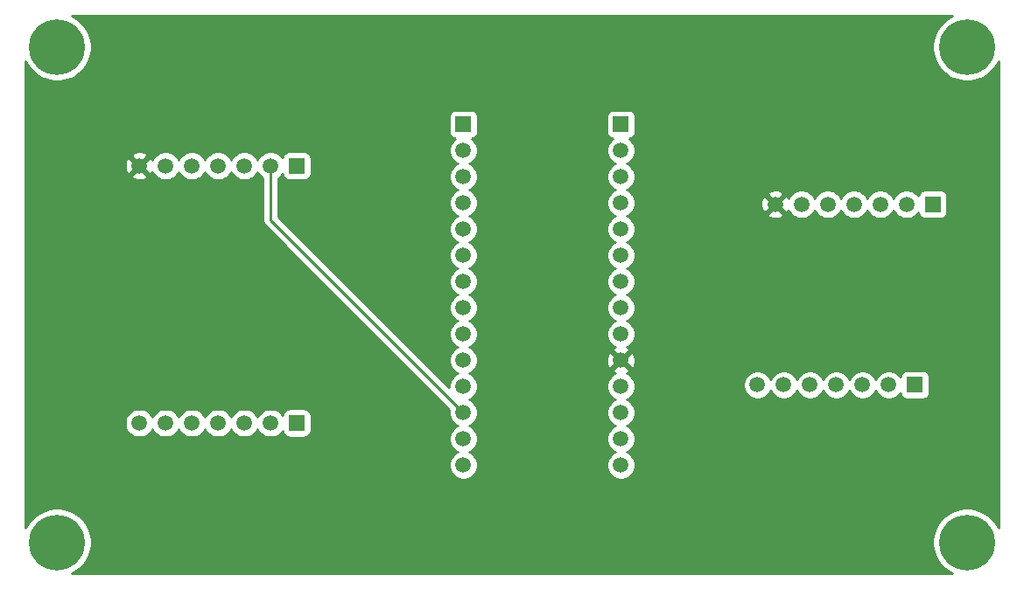
<source format=gbr>
G04 #@! TF.GenerationSoftware,KiCad,Pcbnew,5.1.4+dfsg1-1*
G04 #@! TF.CreationDate,2020-01-05T16:23:31-08:00*
G04 #@! TF.ProjectId,distance_meter_hardware,64697374-616e-4636-955f-6d657465725f,rev?*
G04 #@! TF.SameCoordinates,Original*
G04 #@! TF.FileFunction,Copper,L2,Bot*
G04 #@! TF.FilePolarity,Positive*
%FSLAX46Y46*%
G04 Gerber Fmt 4.6, Leading zero omitted, Abs format (unit mm)*
G04 Created by KiCad (PCBNEW 5.1.4+dfsg1-1) date 2020-01-05 16:23:31*
%MOMM*%
%LPD*%
G04 APERTURE LIST*
%ADD10C,1.520000*%
%ADD11R,1.520000X1.520000*%
%ADD12C,5.400000*%
%ADD13C,0.254000*%
G04 APERTURE END LIST*
D10*
X131640000Y-60020005D03*
X134180000Y-60020005D03*
X136720000Y-60020005D03*
X139260000Y-60020005D03*
X141800000Y-60020005D03*
X144340000Y-60020005D03*
D11*
X146880000Y-60020005D03*
X145150000Y-77520005D03*
D10*
X142610000Y-77520005D03*
X140070000Y-77520005D03*
X137530000Y-77520005D03*
X134990000Y-77520005D03*
X132450000Y-77520005D03*
X129910000Y-77520005D03*
X101470000Y-85280000D03*
X101470000Y-82740000D03*
X101470000Y-80200000D03*
X101470000Y-77660000D03*
X101470000Y-75120000D03*
X101470000Y-72580000D03*
X101470000Y-70040000D03*
X101470000Y-67500000D03*
X101470000Y-64960000D03*
X101470000Y-62420000D03*
X101470000Y-59880000D03*
X101470000Y-57340000D03*
D11*
X101470000Y-52260000D03*
D10*
X101470000Y-54800000D03*
X116710000Y-54800000D03*
D11*
X116710000Y-52260000D03*
D10*
X116710000Y-57340000D03*
X116710000Y-59880000D03*
X116710000Y-62420000D03*
X116710000Y-64960000D03*
X116710000Y-67500000D03*
X116710000Y-70040000D03*
X116710000Y-72580000D03*
X116710000Y-75120000D03*
X116710000Y-77660000D03*
X116710000Y-80200000D03*
X116710000Y-82740000D03*
X116710000Y-85280000D03*
D11*
X85350000Y-56300000D03*
D10*
X82810000Y-56300000D03*
X80270000Y-56300000D03*
X77730000Y-56300000D03*
X75190000Y-56300000D03*
X72650000Y-56300000D03*
X70110000Y-56300000D03*
X70110000Y-81210000D03*
X72650000Y-81210000D03*
X75190000Y-81210000D03*
X77730000Y-81210000D03*
X80270000Y-81210000D03*
X82810000Y-81210000D03*
D11*
X85350000Y-81210000D03*
D12*
X150170000Y-44770000D03*
X150170000Y-92770000D03*
X62170000Y-92770000D03*
X62170000Y-44770000D03*
D13*
X82810000Y-61540000D02*
X82810000Y-56300000D01*
X101470000Y-80200000D02*
X82810000Y-61540000D01*
G36*
X148590285Y-41814561D02*
G01*
X148044061Y-42179536D01*
X147579536Y-42644061D01*
X147214561Y-43190285D01*
X146963162Y-43797216D01*
X146835000Y-44441531D01*
X146835000Y-45098469D01*
X146963162Y-45742784D01*
X147214561Y-46349715D01*
X147579536Y-46895939D01*
X148044061Y-47360464D01*
X148590285Y-47725439D01*
X149197216Y-47976838D01*
X149841531Y-48105000D01*
X150498469Y-48105000D01*
X151142784Y-47976838D01*
X151749715Y-47725439D01*
X152295939Y-47360464D01*
X152760464Y-46895939D01*
X153125439Y-46349715D01*
X153210000Y-46145567D01*
X153210001Y-91394436D01*
X153125439Y-91190285D01*
X152760464Y-90644061D01*
X152295939Y-90179536D01*
X151749715Y-89814561D01*
X151142784Y-89563162D01*
X150498469Y-89435000D01*
X149841531Y-89435000D01*
X149197216Y-89563162D01*
X148590285Y-89814561D01*
X148044061Y-90179536D01*
X147579536Y-90644061D01*
X147214561Y-91190285D01*
X146963162Y-91797216D01*
X146835000Y-92441531D01*
X146835000Y-93098469D01*
X146963162Y-93742784D01*
X147214561Y-94349715D01*
X147579536Y-94895939D01*
X148044061Y-95360464D01*
X148590285Y-95725439D01*
X148794433Y-95810000D01*
X63545567Y-95810000D01*
X63749715Y-95725439D01*
X64295939Y-95360464D01*
X64760464Y-94895939D01*
X65125439Y-94349715D01*
X65376838Y-93742784D01*
X65505000Y-93098469D01*
X65505000Y-92441531D01*
X65376838Y-91797216D01*
X65125439Y-91190285D01*
X64760464Y-90644061D01*
X64295939Y-90179536D01*
X63749715Y-89814561D01*
X63142784Y-89563162D01*
X62498469Y-89435000D01*
X61841531Y-89435000D01*
X61197216Y-89563162D01*
X60590285Y-89814561D01*
X60044061Y-90179536D01*
X59579536Y-90644061D01*
X59214561Y-91190285D01*
X59130000Y-91394433D01*
X59130000Y-81072604D01*
X68715000Y-81072604D01*
X68715000Y-81347396D01*
X68768609Y-81616907D01*
X68873767Y-81870780D01*
X69026433Y-82099261D01*
X69220739Y-82293567D01*
X69449220Y-82446233D01*
X69703093Y-82551391D01*
X69972604Y-82605000D01*
X70247396Y-82605000D01*
X70516907Y-82551391D01*
X70770780Y-82446233D01*
X70999261Y-82293567D01*
X71193567Y-82099261D01*
X71346233Y-81870780D01*
X71380000Y-81789260D01*
X71413767Y-81870780D01*
X71566433Y-82099261D01*
X71760739Y-82293567D01*
X71989220Y-82446233D01*
X72243093Y-82551391D01*
X72512604Y-82605000D01*
X72787396Y-82605000D01*
X73056907Y-82551391D01*
X73310780Y-82446233D01*
X73539261Y-82293567D01*
X73733567Y-82099261D01*
X73886233Y-81870780D01*
X73920000Y-81789260D01*
X73953767Y-81870780D01*
X74106433Y-82099261D01*
X74300739Y-82293567D01*
X74529220Y-82446233D01*
X74783093Y-82551391D01*
X75052604Y-82605000D01*
X75327396Y-82605000D01*
X75596907Y-82551391D01*
X75850780Y-82446233D01*
X76079261Y-82293567D01*
X76273567Y-82099261D01*
X76426233Y-81870780D01*
X76460000Y-81789260D01*
X76493767Y-81870780D01*
X76646433Y-82099261D01*
X76840739Y-82293567D01*
X77069220Y-82446233D01*
X77323093Y-82551391D01*
X77592604Y-82605000D01*
X77867396Y-82605000D01*
X78136907Y-82551391D01*
X78390780Y-82446233D01*
X78619261Y-82293567D01*
X78813567Y-82099261D01*
X78966233Y-81870780D01*
X79000000Y-81789260D01*
X79033767Y-81870780D01*
X79186433Y-82099261D01*
X79380739Y-82293567D01*
X79609220Y-82446233D01*
X79863093Y-82551391D01*
X80132604Y-82605000D01*
X80407396Y-82605000D01*
X80676907Y-82551391D01*
X80930780Y-82446233D01*
X81159261Y-82293567D01*
X81353567Y-82099261D01*
X81506233Y-81870780D01*
X81540000Y-81789260D01*
X81573767Y-81870780D01*
X81726433Y-82099261D01*
X81920739Y-82293567D01*
X82149220Y-82446233D01*
X82403093Y-82551391D01*
X82672604Y-82605000D01*
X82947396Y-82605000D01*
X83216907Y-82551391D01*
X83470780Y-82446233D01*
X83699261Y-82293567D01*
X83893567Y-82099261D01*
X83955526Y-82006533D01*
X83964188Y-82094482D01*
X84000498Y-82214180D01*
X84059463Y-82324494D01*
X84138815Y-82421185D01*
X84235506Y-82500537D01*
X84345820Y-82559502D01*
X84465518Y-82595812D01*
X84590000Y-82608072D01*
X86110000Y-82608072D01*
X86234482Y-82595812D01*
X86354180Y-82559502D01*
X86464494Y-82500537D01*
X86561185Y-82421185D01*
X86640537Y-82324494D01*
X86699502Y-82214180D01*
X86735812Y-82094482D01*
X86748072Y-81970000D01*
X86748072Y-80450000D01*
X86735812Y-80325518D01*
X86699502Y-80205820D01*
X86640537Y-80095506D01*
X86561185Y-79998815D01*
X86464494Y-79919463D01*
X86354180Y-79860498D01*
X86234482Y-79824188D01*
X86110000Y-79811928D01*
X84590000Y-79811928D01*
X84465518Y-79824188D01*
X84345820Y-79860498D01*
X84235506Y-79919463D01*
X84138815Y-79998815D01*
X84059463Y-80095506D01*
X84000498Y-80205820D01*
X83964188Y-80325518D01*
X83955526Y-80413467D01*
X83893567Y-80320739D01*
X83699261Y-80126433D01*
X83470780Y-79973767D01*
X83216907Y-79868609D01*
X82947396Y-79815000D01*
X82672604Y-79815000D01*
X82403093Y-79868609D01*
X82149220Y-79973767D01*
X81920739Y-80126433D01*
X81726433Y-80320739D01*
X81573767Y-80549220D01*
X81540000Y-80630740D01*
X81506233Y-80549220D01*
X81353567Y-80320739D01*
X81159261Y-80126433D01*
X80930780Y-79973767D01*
X80676907Y-79868609D01*
X80407396Y-79815000D01*
X80132604Y-79815000D01*
X79863093Y-79868609D01*
X79609220Y-79973767D01*
X79380739Y-80126433D01*
X79186433Y-80320739D01*
X79033767Y-80549220D01*
X79000000Y-80630740D01*
X78966233Y-80549220D01*
X78813567Y-80320739D01*
X78619261Y-80126433D01*
X78390780Y-79973767D01*
X78136907Y-79868609D01*
X77867396Y-79815000D01*
X77592604Y-79815000D01*
X77323093Y-79868609D01*
X77069220Y-79973767D01*
X76840739Y-80126433D01*
X76646433Y-80320739D01*
X76493767Y-80549220D01*
X76460000Y-80630740D01*
X76426233Y-80549220D01*
X76273567Y-80320739D01*
X76079261Y-80126433D01*
X75850780Y-79973767D01*
X75596907Y-79868609D01*
X75327396Y-79815000D01*
X75052604Y-79815000D01*
X74783093Y-79868609D01*
X74529220Y-79973767D01*
X74300739Y-80126433D01*
X74106433Y-80320739D01*
X73953767Y-80549220D01*
X73920000Y-80630740D01*
X73886233Y-80549220D01*
X73733567Y-80320739D01*
X73539261Y-80126433D01*
X73310780Y-79973767D01*
X73056907Y-79868609D01*
X72787396Y-79815000D01*
X72512604Y-79815000D01*
X72243093Y-79868609D01*
X71989220Y-79973767D01*
X71760739Y-80126433D01*
X71566433Y-80320739D01*
X71413767Y-80549220D01*
X71380000Y-80630740D01*
X71346233Y-80549220D01*
X71193567Y-80320739D01*
X70999261Y-80126433D01*
X70770780Y-79973767D01*
X70516907Y-79868609D01*
X70247396Y-79815000D01*
X69972604Y-79815000D01*
X69703093Y-79868609D01*
X69449220Y-79973767D01*
X69220739Y-80126433D01*
X69026433Y-80320739D01*
X68873767Y-80549220D01*
X68768609Y-80803093D01*
X68715000Y-81072604D01*
X59130000Y-81072604D01*
X59130000Y-57264137D01*
X69325469Y-57264137D01*
X69392206Y-57504025D01*
X69640892Y-57620924D01*
X69907606Y-57687061D01*
X70182097Y-57699895D01*
X70453817Y-57658931D01*
X70712326Y-57565744D01*
X70827794Y-57504025D01*
X70894531Y-57264137D01*
X70110000Y-56479605D01*
X69325469Y-57264137D01*
X59130000Y-57264137D01*
X59130000Y-56372097D01*
X68710105Y-56372097D01*
X68751069Y-56643817D01*
X68844256Y-56902326D01*
X68905975Y-57017794D01*
X69145863Y-57084531D01*
X69930395Y-56300000D01*
X70289605Y-56300000D01*
X71074137Y-57084531D01*
X71314025Y-57017794D01*
X71379600Y-56878293D01*
X71413767Y-56960780D01*
X71566433Y-57189261D01*
X71760739Y-57383567D01*
X71989220Y-57536233D01*
X72243093Y-57641391D01*
X72512604Y-57695000D01*
X72787396Y-57695000D01*
X73056907Y-57641391D01*
X73310780Y-57536233D01*
X73539261Y-57383567D01*
X73733567Y-57189261D01*
X73886233Y-56960780D01*
X73920000Y-56879260D01*
X73953767Y-56960780D01*
X74106433Y-57189261D01*
X74300739Y-57383567D01*
X74529220Y-57536233D01*
X74783093Y-57641391D01*
X75052604Y-57695000D01*
X75327396Y-57695000D01*
X75596907Y-57641391D01*
X75850780Y-57536233D01*
X76079261Y-57383567D01*
X76273567Y-57189261D01*
X76426233Y-56960780D01*
X76460000Y-56879260D01*
X76493767Y-56960780D01*
X76646433Y-57189261D01*
X76840739Y-57383567D01*
X77069220Y-57536233D01*
X77323093Y-57641391D01*
X77592604Y-57695000D01*
X77867396Y-57695000D01*
X78136907Y-57641391D01*
X78390780Y-57536233D01*
X78619261Y-57383567D01*
X78813567Y-57189261D01*
X78966233Y-56960780D01*
X79000000Y-56879260D01*
X79033767Y-56960780D01*
X79186433Y-57189261D01*
X79380739Y-57383567D01*
X79609220Y-57536233D01*
X79863093Y-57641391D01*
X80132604Y-57695000D01*
X80407396Y-57695000D01*
X80676907Y-57641391D01*
X80930780Y-57536233D01*
X81159261Y-57383567D01*
X81353567Y-57189261D01*
X81506233Y-56960780D01*
X81540000Y-56879260D01*
X81573767Y-56960780D01*
X81726433Y-57189261D01*
X81920739Y-57383567D01*
X82048001Y-57468601D01*
X82048000Y-61502577D01*
X82044314Y-61540000D01*
X82048000Y-61577423D01*
X82048000Y-61577425D01*
X82059026Y-61689377D01*
X82102598Y-61833014D01*
X82102599Y-61833015D01*
X82173355Y-61965392D01*
X82212503Y-62013093D01*
X82268578Y-62081422D01*
X82297654Y-62105284D01*
X100104859Y-79912490D01*
X100075000Y-80062604D01*
X100075000Y-80337396D01*
X100128609Y-80606907D01*
X100233767Y-80860780D01*
X100386433Y-81089261D01*
X100580739Y-81283567D01*
X100809220Y-81436233D01*
X100890740Y-81470000D01*
X100809220Y-81503767D01*
X100580739Y-81656433D01*
X100386433Y-81850739D01*
X100233767Y-82079220D01*
X100128609Y-82333093D01*
X100075000Y-82602604D01*
X100075000Y-82877396D01*
X100128609Y-83146907D01*
X100233767Y-83400780D01*
X100386433Y-83629261D01*
X100580739Y-83823567D01*
X100809220Y-83976233D01*
X100890740Y-84010000D01*
X100809220Y-84043767D01*
X100580739Y-84196433D01*
X100386433Y-84390739D01*
X100233767Y-84619220D01*
X100128609Y-84873093D01*
X100075000Y-85142604D01*
X100075000Y-85417396D01*
X100128609Y-85686907D01*
X100233767Y-85940780D01*
X100386433Y-86169261D01*
X100580739Y-86363567D01*
X100809220Y-86516233D01*
X101063093Y-86621391D01*
X101332604Y-86675000D01*
X101607396Y-86675000D01*
X101876907Y-86621391D01*
X102130780Y-86516233D01*
X102359261Y-86363567D01*
X102553567Y-86169261D01*
X102706233Y-85940780D01*
X102811391Y-85686907D01*
X102865000Y-85417396D01*
X102865000Y-85142604D01*
X102811391Y-84873093D01*
X102706233Y-84619220D01*
X102553567Y-84390739D01*
X102359261Y-84196433D01*
X102130780Y-84043767D01*
X102049260Y-84010000D01*
X102130780Y-83976233D01*
X102359261Y-83823567D01*
X102553567Y-83629261D01*
X102706233Y-83400780D01*
X102811391Y-83146907D01*
X102865000Y-82877396D01*
X102865000Y-82602604D01*
X102811391Y-82333093D01*
X102706233Y-82079220D01*
X102553567Y-81850739D01*
X102359261Y-81656433D01*
X102130780Y-81503767D01*
X102049260Y-81470000D01*
X102130780Y-81436233D01*
X102359261Y-81283567D01*
X102553567Y-81089261D01*
X102706233Y-80860780D01*
X102811391Y-80606907D01*
X102865000Y-80337396D01*
X102865000Y-80062604D01*
X102811391Y-79793093D01*
X102706233Y-79539220D01*
X102553567Y-79310739D01*
X102359261Y-79116433D01*
X102130780Y-78963767D01*
X102049260Y-78930000D01*
X102130780Y-78896233D01*
X102359261Y-78743567D01*
X102553567Y-78549261D01*
X102706233Y-78320780D01*
X102811391Y-78066907D01*
X102865000Y-77797396D01*
X102865000Y-77522604D01*
X115315000Y-77522604D01*
X115315000Y-77797396D01*
X115368609Y-78066907D01*
X115473767Y-78320780D01*
X115626433Y-78549261D01*
X115820739Y-78743567D01*
X116049220Y-78896233D01*
X116130740Y-78930000D01*
X116049220Y-78963767D01*
X115820739Y-79116433D01*
X115626433Y-79310739D01*
X115473767Y-79539220D01*
X115368609Y-79793093D01*
X115315000Y-80062604D01*
X115315000Y-80337396D01*
X115368609Y-80606907D01*
X115473767Y-80860780D01*
X115626433Y-81089261D01*
X115820739Y-81283567D01*
X116049220Y-81436233D01*
X116130740Y-81470000D01*
X116049220Y-81503767D01*
X115820739Y-81656433D01*
X115626433Y-81850739D01*
X115473767Y-82079220D01*
X115368609Y-82333093D01*
X115315000Y-82602604D01*
X115315000Y-82877396D01*
X115368609Y-83146907D01*
X115473767Y-83400780D01*
X115626433Y-83629261D01*
X115820739Y-83823567D01*
X116049220Y-83976233D01*
X116130740Y-84010000D01*
X116049220Y-84043767D01*
X115820739Y-84196433D01*
X115626433Y-84390739D01*
X115473767Y-84619220D01*
X115368609Y-84873093D01*
X115315000Y-85142604D01*
X115315000Y-85417396D01*
X115368609Y-85686907D01*
X115473767Y-85940780D01*
X115626433Y-86169261D01*
X115820739Y-86363567D01*
X116049220Y-86516233D01*
X116303093Y-86621391D01*
X116572604Y-86675000D01*
X116847396Y-86675000D01*
X117116907Y-86621391D01*
X117370780Y-86516233D01*
X117599261Y-86363567D01*
X117793567Y-86169261D01*
X117946233Y-85940780D01*
X118051391Y-85686907D01*
X118105000Y-85417396D01*
X118105000Y-85142604D01*
X118051391Y-84873093D01*
X117946233Y-84619220D01*
X117793567Y-84390739D01*
X117599261Y-84196433D01*
X117370780Y-84043767D01*
X117289260Y-84010000D01*
X117370780Y-83976233D01*
X117599261Y-83823567D01*
X117793567Y-83629261D01*
X117946233Y-83400780D01*
X118051391Y-83146907D01*
X118105000Y-82877396D01*
X118105000Y-82602604D01*
X118051391Y-82333093D01*
X117946233Y-82079220D01*
X117793567Y-81850739D01*
X117599261Y-81656433D01*
X117370780Y-81503767D01*
X117289260Y-81470000D01*
X117370780Y-81436233D01*
X117599261Y-81283567D01*
X117793567Y-81089261D01*
X117946233Y-80860780D01*
X118051391Y-80606907D01*
X118105000Y-80337396D01*
X118105000Y-80062604D01*
X118051391Y-79793093D01*
X117946233Y-79539220D01*
X117793567Y-79310739D01*
X117599261Y-79116433D01*
X117370780Y-78963767D01*
X117289260Y-78930000D01*
X117370780Y-78896233D01*
X117599261Y-78743567D01*
X117793567Y-78549261D01*
X117946233Y-78320780D01*
X118051391Y-78066907D01*
X118105000Y-77797396D01*
X118105000Y-77522604D01*
X118077154Y-77382609D01*
X128515000Y-77382609D01*
X128515000Y-77657401D01*
X128568609Y-77926912D01*
X128673767Y-78180785D01*
X128826433Y-78409266D01*
X129020739Y-78603572D01*
X129249220Y-78756238D01*
X129503093Y-78861396D01*
X129772604Y-78915005D01*
X130047396Y-78915005D01*
X130316907Y-78861396D01*
X130570780Y-78756238D01*
X130799261Y-78603572D01*
X130993567Y-78409266D01*
X131146233Y-78180785D01*
X131180000Y-78099265D01*
X131213767Y-78180785D01*
X131366433Y-78409266D01*
X131560739Y-78603572D01*
X131789220Y-78756238D01*
X132043093Y-78861396D01*
X132312604Y-78915005D01*
X132587396Y-78915005D01*
X132856907Y-78861396D01*
X133110780Y-78756238D01*
X133339261Y-78603572D01*
X133533567Y-78409266D01*
X133686233Y-78180785D01*
X133720000Y-78099265D01*
X133753767Y-78180785D01*
X133906433Y-78409266D01*
X134100739Y-78603572D01*
X134329220Y-78756238D01*
X134583093Y-78861396D01*
X134852604Y-78915005D01*
X135127396Y-78915005D01*
X135396907Y-78861396D01*
X135650780Y-78756238D01*
X135879261Y-78603572D01*
X136073567Y-78409266D01*
X136226233Y-78180785D01*
X136260000Y-78099265D01*
X136293767Y-78180785D01*
X136446433Y-78409266D01*
X136640739Y-78603572D01*
X136869220Y-78756238D01*
X137123093Y-78861396D01*
X137392604Y-78915005D01*
X137667396Y-78915005D01*
X137936907Y-78861396D01*
X138190780Y-78756238D01*
X138419261Y-78603572D01*
X138613567Y-78409266D01*
X138766233Y-78180785D01*
X138800000Y-78099265D01*
X138833767Y-78180785D01*
X138986433Y-78409266D01*
X139180739Y-78603572D01*
X139409220Y-78756238D01*
X139663093Y-78861396D01*
X139932604Y-78915005D01*
X140207396Y-78915005D01*
X140476907Y-78861396D01*
X140730780Y-78756238D01*
X140959261Y-78603572D01*
X141153567Y-78409266D01*
X141306233Y-78180785D01*
X141340000Y-78099265D01*
X141373767Y-78180785D01*
X141526433Y-78409266D01*
X141720739Y-78603572D01*
X141949220Y-78756238D01*
X142203093Y-78861396D01*
X142472604Y-78915005D01*
X142747396Y-78915005D01*
X143016907Y-78861396D01*
X143270780Y-78756238D01*
X143499261Y-78603572D01*
X143693567Y-78409266D01*
X143755526Y-78316538D01*
X143764188Y-78404487D01*
X143800498Y-78524185D01*
X143859463Y-78634499D01*
X143938815Y-78731190D01*
X144035506Y-78810542D01*
X144145820Y-78869507D01*
X144265518Y-78905817D01*
X144390000Y-78918077D01*
X145910000Y-78918077D01*
X146034482Y-78905817D01*
X146154180Y-78869507D01*
X146264494Y-78810542D01*
X146361185Y-78731190D01*
X146440537Y-78634499D01*
X146499502Y-78524185D01*
X146535812Y-78404487D01*
X146548072Y-78280005D01*
X146548072Y-76760005D01*
X146535812Y-76635523D01*
X146499502Y-76515825D01*
X146440537Y-76405511D01*
X146361185Y-76308820D01*
X146264494Y-76229468D01*
X146154180Y-76170503D01*
X146034482Y-76134193D01*
X145910000Y-76121933D01*
X144390000Y-76121933D01*
X144265518Y-76134193D01*
X144145820Y-76170503D01*
X144035506Y-76229468D01*
X143938815Y-76308820D01*
X143859463Y-76405511D01*
X143800498Y-76515825D01*
X143764188Y-76635523D01*
X143755526Y-76723472D01*
X143693567Y-76630744D01*
X143499261Y-76436438D01*
X143270780Y-76283772D01*
X143016907Y-76178614D01*
X142747396Y-76125005D01*
X142472604Y-76125005D01*
X142203093Y-76178614D01*
X141949220Y-76283772D01*
X141720739Y-76436438D01*
X141526433Y-76630744D01*
X141373767Y-76859225D01*
X141340000Y-76940745D01*
X141306233Y-76859225D01*
X141153567Y-76630744D01*
X140959261Y-76436438D01*
X140730780Y-76283772D01*
X140476907Y-76178614D01*
X140207396Y-76125005D01*
X139932604Y-76125005D01*
X139663093Y-76178614D01*
X139409220Y-76283772D01*
X139180739Y-76436438D01*
X138986433Y-76630744D01*
X138833767Y-76859225D01*
X138800000Y-76940745D01*
X138766233Y-76859225D01*
X138613567Y-76630744D01*
X138419261Y-76436438D01*
X138190780Y-76283772D01*
X137936907Y-76178614D01*
X137667396Y-76125005D01*
X137392604Y-76125005D01*
X137123093Y-76178614D01*
X136869220Y-76283772D01*
X136640739Y-76436438D01*
X136446433Y-76630744D01*
X136293767Y-76859225D01*
X136260000Y-76940745D01*
X136226233Y-76859225D01*
X136073567Y-76630744D01*
X135879261Y-76436438D01*
X135650780Y-76283772D01*
X135396907Y-76178614D01*
X135127396Y-76125005D01*
X134852604Y-76125005D01*
X134583093Y-76178614D01*
X134329220Y-76283772D01*
X134100739Y-76436438D01*
X133906433Y-76630744D01*
X133753767Y-76859225D01*
X133720000Y-76940745D01*
X133686233Y-76859225D01*
X133533567Y-76630744D01*
X133339261Y-76436438D01*
X133110780Y-76283772D01*
X132856907Y-76178614D01*
X132587396Y-76125005D01*
X132312604Y-76125005D01*
X132043093Y-76178614D01*
X131789220Y-76283772D01*
X131560739Y-76436438D01*
X131366433Y-76630744D01*
X131213767Y-76859225D01*
X131180000Y-76940745D01*
X131146233Y-76859225D01*
X130993567Y-76630744D01*
X130799261Y-76436438D01*
X130570780Y-76283772D01*
X130316907Y-76178614D01*
X130047396Y-76125005D01*
X129772604Y-76125005D01*
X129503093Y-76178614D01*
X129249220Y-76283772D01*
X129020739Y-76436438D01*
X128826433Y-76630744D01*
X128673767Y-76859225D01*
X128568609Y-77113098D01*
X128515000Y-77382609D01*
X118077154Y-77382609D01*
X118051391Y-77253093D01*
X117946233Y-76999220D01*
X117793567Y-76770739D01*
X117599261Y-76576433D01*
X117370780Y-76423767D01*
X117294499Y-76392170D01*
X117312326Y-76385744D01*
X117427794Y-76324025D01*
X117494531Y-76084137D01*
X116710000Y-75299605D01*
X115925469Y-76084137D01*
X115992206Y-76324025D01*
X116131707Y-76389600D01*
X116049220Y-76423767D01*
X115820739Y-76576433D01*
X115626433Y-76770739D01*
X115473767Y-76999220D01*
X115368609Y-77253093D01*
X115315000Y-77522604D01*
X102865000Y-77522604D01*
X102811391Y-77253093D01*
X102706233Y-76999220D01*
X102553567Y-76770739D01*
X102359261Y-76576433D01*
X102130780Y-76423767D01*
X102049260Y-76390000D01*
X102130780Y-76356233D01*
X102359261Y-76203567D01*
X102553567Y-76009261D01*
X102706233Y-75780780D01*
X102811391Y-75526907D01*
X102865000Y-75257396D01*
X102865000Y-75192097D01*
X115310105Y-75192097D01*
X115351069Y-75463817D01*
X115444256Y-75722326D01*
X115505975Y-75837794D01*
X115745863Y-75904531D01*
X116530395Y-75120000D01*
X116889605Y-75120000D01*
X117674137Y-75904531D01*
X117914025Y-75837794D01*
X118030924Y-75589108D01*
X118097061Y-75322394D01*
X118109895Y-75047903D01*
X118068931Y-74776183D01*
X117975744Y-74517674D01*
X117914025Y-74402206D01*
X117674137Y-74335469D01*
X116889605Y-75120000D01*
X116530395Y-75120000D01*
X115745863Y-74335469D01*
X115505975Y-74402206D01*
X115389076Y-74650892D01*
X115322939Y-74917606D01*
X115310105Y-75192097D01*
X102865000Y-75192097D01*
X102865000Y-74982604D01*
X102811391Y-74713093D01*
X102706233Y-74459220D01*
X102553567Y-74230739D01*
X102359261Y-74036433D01*
X102130780Y-73883767D01*
X102049260Y-73850000D01*
X102130780Y-73816233D01*
X102359261Y-73663567D01*
X102553567Y-73469261D01*
X102706233Y-73240780D01*
X102811391Y-72986907D01*
X102865000Y-72717396D01*
X102865000Y-72442604D01*
X102811391Y-72173093D01*
X102706233Y-71919220D01*
X102553567Y-71690739D01*
X102359261Y-71496433D01*
X102130780Y-71343767D01*
X102049260Y-71310000D01*
X102130780Y-71276233D01*
X102359261Y-71123567D01*
X102553567Y-70929261D01*
X102706233Y-70700780D01*
X102811391Y-70446907D01*
X102865000Y-70177396D01*
X102865000Y-69902604D01*
X102811391Y-69633093D01*
X102706233Y-69379220D01*
X102553567Y-69150739D01*
X102359261Y-68956433D01*
X102130780Y-68803767D01*
X102049260Y-68770000D01*
X102130780Y-68736233D01*
X102359261Y-68583567D01*
X102553567Y-68389261D01*
X102706233Y-68160780D01*
X102811391Y-67906907D01*
X102865000Y-67637396D01*
X102865000Y-67362604D01*
X102811391Y-67093093D01*
X102706233Y-66839220D01*
X102553567Y-66610739D01*
X102359261Y-66416433D01*
X102130780Y-66263767D01*
X102049260Y-66230000D01*
X102130780Y-66196233D01*
X102359261Y-66043567D01*
X102553567Y-65849261D01*
X102706233Y-65620780D01*
X102811391Y-65366907D01*
X102865000Y-65097396D01*
X102865000Y-64822604D01*
X102811391Y-64553093D01*
X102706233Y-64299220D01*
X102553567Y-64070739D01*
X102359261Y-63876433D01*
X102130780Y-63723767D01*
X102049260Y-63690000D01*
X102130780Y-63656233D01*
X102359261Y-63503567D01*
X102553567Y-63309261D01*
X102706233Y-63080780D01*
X102811391Y-62826907D01*
X102865000Y-62557396D01*
X102865000Y-62282604D01*
X102811391Y-62013093D01*
X102706233Y-61759220D01*
X102553567Y-61530739D01*
X102359261Y-61336433D01*
X102130780Y-61183767D01*
X102049260Y-61150000D01*
X102130780Y-61116233D01*
X102359261Y-60963567D01*
X102553567Y-60769261D01*
X102706233Y-60540780D01*
X102811391Y-60286907D01*
X102865000Y-60017396D01*
X102865000Y-59742604D01*
X102811391Y-59473093D01*
X102706233Y-59219220D01*
X102553567Y-58990739D01*
X102359261Y-58796433D01*
X102130780Y-58643767D01*
X102049260Y-58610000D01*
X102130780Y-58576233D01*
X102359261Y-58423567D01*
X102553567Y-58229261D01*
X102706233Y-58000780D01*
X102811391Y-57746907D01*
X102865000Y-57477396D01*
X102865000Y-57202604D01*
X102811391Y-56933093D01*
X102706233Y-56679220D01*
X102553567Y-56450739D01*
X102359261Y-56256433D01*
X102130780Y-56103767D01*
X102049260Y-56070000D01*
X102130780Y-56036233D01*
X102359261Y-55883567D01*
X102553567Y-55689261D01*
X102706233Y-55460780D01*
X102811391Y-55206907D01*
X102865000Y-54937396D01*
X102865000Y-54662604D01*
X102811391Y-54393093D01*
X102706233Y-54139220D01*
X102553567Y-53910739D01*
X102359261Y-53716433D01*
X102266533Y-53654474D01*
X102354482Y-53645812D01*
X102474180Y-53609502D01*
X102584494Y-53550537D01*
X102681185Y-53471185D01*
X102760537Y-53374494D01*
X102819502Y-53264180D01*
X102855812Y-53144482D01*
X102868072Y-53020000D01*
X102868072Y-51500000D01*
X115311928Y-51500000D01*
X115311928Y-53020000D01*
X115324188Y-53144482D01*
X115360498Y-53264180D01*
X115419463Y-53374494D01*
X115498815Y-53471185D01*
X115595506Y-53550537D01*
X115705820Y-53609502D01*
X115825518Y-53645812D01*
X115913467Y-53654474D01*
X115820739Y-53716433D01*
X115626433Y-53910739D01*
X115473767Y-54139220D01*
X115368609Y-54393093D01*
X115315000Y-54662604D01*
X115315000Y-54937396D01*
X115368609Y-55206907D01*
X115473767Y-55460780D01*
X115626433Y-55689261D01*
X115820739Y-55883567D01*
X116049220Y-56036233D01*
X116130740Y-56070000D01*
X116049220Y-56103767D01*
X115820739Y-56256433D01*
X115626433Y-56450739D01*
X115473767Y-56679220D01*
X115368609Y-56933093D01*
X115315000Y-57202604D01*
X115315000Y-57477396D01*
X115368609Y-57746907D01*
X115473767Y-58000780D01*
X115626433Y-58229261D01*
X115820739Y-58423567D01*
X116049220Y-58576233D01*
X116130740Y-58610000D01*
X116049220Y-58643767D01*
X115820739Y-58796433D01*
X115626433Y-58990739D01*
X115473767Y-59219220D01*
X115368609Y-59473093D01*
X115315000Y-59742604D01*
X115315000Y-60017396D01*
X115368609Y-60286907D01*
X115473767Y-60540780D01*
X115626433Y-60769261D01*
X115820739Y-60963567D01*
X116049220Y-61116233D01*
X116130740Y-61150000D01*
X116049220Y-61183767D01*
X115820739Y-61336433D01*
X115626433Y-61530739D01*
X115473767Y-61759220D01*
X115368609Y-62013093D01*
X115315000Y-62282604D01*
X115315000Y-62557396D01*
X115368609Y-62826907D01*
X115473767Y-63080780D01*
X115626433Y-63309261D01*
X115820739Y-63503567D01*
X116049220Y-63656233D01*
X116130740Y-63690000D01*
X116049220Y-63723767D01*
X115820739Y-63876433D01*
X115626433Y-64070739D01*
X115473767Y-64299220D01*
X115368609Y-64553093D01*
X115315000Y-64822604D01*
X115315000Y-65097396D01*
X115368609Y-65366907D01*
X115473767Y-65620780D01*
X115626433Y-65849261D01*
X115820739Y-66043567D01*
X116049220Y-66196233D01*
X116130740Y-66230000D01*
X116049220Y-66263767D01*
X115820739Y-66416433D01*
X115626433Y-66610739D01*
X115473767Y-66839220D01*
X115368609Y-67093093D01*
X115315000Y-67362604D01*
X115315000Y-67637396D01*
X115368609Y-67906907D01*
X115473767Y-68160780D01*
X115626433Y-68389261D01*
X115820739Y-68583567D01*
X116049220Y-68736233D01*
X116130740Y-68770000D01*
X116049220Y-68803767D01*
X115820739Y-68956433D01*
X115626433Y-69150739D01*
X115473767Y-69379220D01*
X115368609Y-69633093D01*
X115315000Y-69902604D01*
X115315000Y-70177396D01*
X115368609Y-70446907D01*
X115473767Y-70700780D01*
X115626433Y-70929261D01*
X115820739Y-71123567D01*
X116049220Y-71276233D01*
X116130740Y-71310000D01*
X116049220Y-71343767D01*
X115820739Y-71496433D01*
X115626433Y-71690739D01*
X115473767Y-71919220D01*
X115368609Y-72173093D01*
X115315000Y-72442604D01*
X115315000Y-72717396D01*
X115368609Y-72986907D01*
X115473767Y-73240780D01*
X115626433Y-73469261D01*
X115820739Y-73663567D01*
X116049220Y-73816233D01*
X116125501Y-73847830D01*
X116107674Y-73854256D01*
X115992206Y-73915975D01*
X115925469Y-74155863D01*
X116710000Y-74940395D01*
X117494531Y-74155863D01*
X117427794Y-73915975D01*
X117288293Y-73850400D01*
X117370780Y-73816233D01*
X117599261Y-73663567D01*
X117793567Y-73469261D01*
X117946233Y-73240780D01*
X118051391Y-72986907D01*
X118105000Y-72717396D01*
X118105000Y-72442604D01*
X118051391Y-72173093D01*
X117946233Y-71919220D01*
X117793567Y-71690739D01*
X117599261Y-71496433D01*
X117370780Y-71343767D01*
X117289260Y-71310000D01*
X117370780Y-71276233D01*
X117599261Y-71123567D01*
X117793567Y-70929261D01*
X117946233Y-70700780D01*
X118051391Y-70446907D01*
X118105000Y-70177396D01*
X118105000Y-69902604D01*
X118051391Y-69633093D01*
X117946233Y-69379220D01*
X117793567Y-69150739D01*
X117599261Y-68956433D01*
X117370780Y-68803767D01*
X117289260Y-68770000D01*
X117370780Y-68736233D01*
X117599261Y-68583567D01*
X117793567Y-68389261D01*
X117946233Y-68160780D01*
X118051391Y-67906907D01*
X118105000Y-67637396D01*
X118105000Y-67362604D01*
X118051391Y-67093093D01*
X117946233Y-66839220D01*
X117793567Y-66610739D01*
X117599261Y-66416433D01*
X117370780Y-66263767D01*
X117289260Y-66230000D01*
X117370780Y-66196233D01*
X117599261Y-66043567D01*
X117793567Y-65849261D01*
X117946233Y-65620780D01*
X118051391Y-65366907D01*
X118105000Y-65097396D01*
X118105000Y-64822604D01*
X118051391Y-64553093D01*
X117946233Y-64299220D01*
X117793567Y-64070739D01*
X117599261Y-63876433D01*
X117370780Y-63723767D01*
X117289260Y-63690000D01*
X117370780Y-63656233D01*
X117599261Y-63503567D01*
X117793567Y-63309261D01*
X117946233Y-63080780D01*
X118051391Y-62826907D01*
X118105000Y-62557396D01*
X118105000Y-62282604D01*
X118051391Y-62013093D01*
X117946233Y-61759220D01*
X117793567Y-61530739D01*
X117599261Y-61336433D01*
X117370780Y-61183767D01*
X117289260Y-61150000D01*
X117370780Y-61116233D01*
X117568468Y-60984142D01*
X130855469Y-60984142D01*
X130922206Y-61224030D01*
X131170892Y-61340929D01*
X131437606Y-61407066D01*
X131712097Y-61419900D01*
X131983817Y-61378936D01*
X132242326Y-61285749D01*
X132357794Y-61224030D01*
X132424531Y-60984142D01*
X131640000Y-60199610D01*
X130855469Y-60984142D01*
X117568468Y-60984142D01*
X117599261Y-60963567D01*
X117793567Y-60769261D01*
X117946233Y-60540780D01*
X118051391Y-60286907D01*
X118090140Y-60092102D01*
X130240105Y-60092102D01*
X130281069Y-60363822D01*
X130374256Y-60622331D01*
X130435975Y-60737799D01*
X130675863Y-60804536D01*
X131460395Y-60020005D01*
X131819605Y-60020005D01*
X132604137Y-60804536D01*
X132844025Y-60737799D01*
X132909600Y-60598298D01*
X132943767Y-60680785D01*
X133096433Y-60909266D01*
X133290739Y-61103572D01*
X133519220Y-61256238D01*
X133773093Y-61361396D01*
X134042604Y-61415005D01*
X134317396Y-61415005D01*
X134586907Y-61361396D01*
X134840780Y-61256238D01*
X135069261Y-61103572D01*
X135263567Y-60909266D01*
X135416233Y-60680785D01*
X135450000Y-60599265D01*
X135483767Y-60680785D01*
X135636433Y-60909266D01*
X135830739Y-61103572D01*
X136059220Y-61256238D01*
X136313093Y-61361396D01*
X136582604Y-61415005D01*
X136857396Y-61415005D01*
X137126907Y-61361396D01*
X137380780Y-61256238D01*
X137609261Y-61103572D01*
X137803567Y-60909266D01*
X137956233Y-60680785D01*
X137990000Y-60599265D01*
X138023767Y-60680785D01*
X138176433Y-60909266D01*
X138370739Y-61103572D01*
X138599220Y-61256238D01*
X138853093Y-61361396D01*
X139122604Y-61415005D01*
X139397396Y-61415005D01*
X139666907Y-61361396D01*
X139920780Y-61256238D01*
X140149261Y-61103572D01*
X140343567Y-60909266D01*
X140496233Y-60680785D01*
X140530000Y-60599265D01*
X140563767Y-60680785D01*
X140716433Y-60909266D01*
X140910739Y-61103572D01*
X141139220Y-61256238D01*
X141393093Y-61361396D01*
X141662604Y-61415005D01*
X141937396Y-61415005D01*
X142206907Y-61361396D01*
X142460780Y-61256238D01*
X142689261Y-61103572D01*
X142883567Y-60909266D01*
X143036233Y-60680785D01*
X143070000Y-60599265D01*
X143103767Y-60680785D01*
X143256433Y-60909266D01*
X143450739Y-61103572D01*
X143679220Y-61256238D01*
X143933093Y-61361396D01*
X144202604Y-61415005D01*
X144477396Y-61415005D01*
X144746907Y-61361396D01*
X145000780Y-61256238D01*
X145229261Y-61103572D01*
X145423567Y-60909266D01*
X145485526Y-60816538D01*
X145494188Y-60904487D01*
X145530498Y-61024185D01*
X145589463Y-61134499D01*
X145668815Y-61231190D01*
X145765506Y-61310542D01*
X145875820Y-61369507D01*
X145995518Y-61405817D01*
X146120000Y-61418077D01*
X147640000Y-61418077D01*
X147764482Y-61405817D01*
X147884180Y-61369507D01*
X147994494Y-61310542D01*
X148091185Y-61231190D01*
X148170537Y-61134499D01*
X148229502Y-61024185D01*
X148265812Y-60904487D01*
X148278072Y-60780005D01*
X148278072Y-59260005D01*
X148265812Y-59135523D01*
X148229502Y-59015825D01*
X148170537Y-58905511D01*
X148091185Y-58808820D01*
X147994494Y-58729468D01*
X147884180Y-58670503D01*
X147764482Y-58634193D01*
X147640000Y-58621933D01*
X146120000Y-58621933D01*
X145995518Y-58634193D01*
X145875820Y-58670503D01*
X145765506Y-58729468D01*
X145668815Y-58808820D01*
X145589463Y-58905511D01*
X145530498Y-59015825D01*
X145494188Y-59135523D01*
X145485526Y-59223472D01*
X145423567Y-59130744D01*
X145229261Y-58936438D01*
X145000780Y-58783772D01*
X144746907Y-58678614D01*
X144477396Y-58625005D01*
X144202604Y-58625005D01*
X143933093Y-58678614D01*
X143679220Y-58783772D01*
X143450739Y-58936438D01*
X143256433Y-59130744D01*
X143103767Y-59359225D01*
X143070000Y-59440745D01*
X143036233Y-59359225D01*
X142883567Y-59130744D01*
X142689261Y-58936438D01*
X142460780Y-58783772D01*
X142206907Y-58678614D01*
X141937396Y-58625005D01*
X141662604Y-58625005D01*
X141393093Y-58678614D01*
X141139220Y-58783772D01*
X140910739Y-58936438D01*
X140716433Y-59130744D01*
X140563767Y-59359225D01*
X140530000Y-59440745D01*
X140496233Y-59359225D01*
X140343567Y-59130744D01*
X140149261Y-58936438D01*
X139920780Y-58783772D01*
X139666907Y-58678614D01*
X139397396Y-58625005D01*
X139122604Y-58625005D01*
X138853093Y-58678614D01*
X138599220Y-58783772D01*
X138370739Y-58936438D01*
X138176433Y-59130744D01*
X138023767Y-59359225D01*
X137990000Y-59440745D01*
X137956233Y-59359225D01*
X137803567Y-59130744D01*
X137609261Y-58936438D01*
X137380780Y-58783772D01*
X137126907Y-58678614D01*
X136857396Y-58625005D01*
X136582604Y-58625005D01*
X136313093Y-58678614D01*
X136059220Y-58783772D01*
X135830739Y-58936438D01*
X135636433Y-59130744D01*
X135483767Y-59359225D01*
X135450000Y-59440745D01*
X135416233Y-59359225D01*
X135263567Y-59130744D01*
X135069261Y-58936438D01*
X134840780Y-58783772D01*
X134586907Y-58678614D01*
X134317396Y-58625005D01*
X134042604Y-58625005D01*
X133773093Y-58678614D01*
X133519220Y-58783772D01*
X133290739Y-58936438D01*
X133096433Y-59130744D01*
X132943767Y-59359225D01*
X132912170Y-59435506D01*
X132905744Y-59417679D01*
X132844025Y-59302211D01*
X132604137Y-59235474D01*
X131819605Y-60020005D01*
X131460395Y-60020005D01*
X130675863Y-59235474D01*
X130435975Y-59302211D01*
X130319076Y-59550897D01*
X130252939Y-59817611D01*
X130240105Y-60092102D01*
X118090140Y-60092102D01*
X118105000Y-60017396D01*
X118105000Y-59742604D01*
X118051391Y-59473093D01*
X117946233Y-59219220D01*
X117837085Y-59055868D01*
X130855469Y-59055868D01*
X131640000Y-59840400D01*
X132424531Y-59055868D01*
X132357794Y-58815980D01*
X132109108Y-58699081D01*
X131842394Y-58632944D01*
X131567903Y-58620110D01*
X131296183Y-58661074D01*
X131037674Y-58754261D01*
X130922206Y-58815980D01*
X130855469Y-59055868D01*
X117837085Y-59055868D01*
X117793567Y-58990739D01*
X117599261Y-58796433D01*
X117370780Y-58643767D01*
X117289260Y-58610000D01*
X117370780Y-58576233D01*
X117599261Y-58423567D01*
X117793567Y-58229261D01*
X117946233Y-58000780D01*
X118051391Y-57746907D01*
X118105000Y-57477396D01*
X118105000Y-57202604D01*
X118051391Y-56933093D01*
X117946233Y-56679220D01*
X117793567Y-56450739D01*
X117599261Y-56256433D01*
X117370780Y-56103767D01*
X117289260Y-56070000D01*
X117370780Y-56036233D01*
X117599261Y-55883567D01*
X117793567Y-55689261D01*
X117946233Y-55460780D01*
X118051391Y-55206907D01*
X118105000Y-54937396D01*
X118105000Y-54662604D01*
X118051391Y-54393093D01*
X117946233Y-54139220D01*
X117793567Y-53910739D01*
X117599261Y-53716433D01*
X117506533Y-53654474D01*
X117594482Y-53645812D01*
X117714180Y-53609502D01*
X117824494Y-53550537D01*
X117921185Y-53471185D01*
X118000537Y-53374494D01*
X118059502Y-53264180D01*
X118095812Y-53144482D01*
X118108072Y-53020000D01*
X118108072Y-51500000D01*
X118095812Y-51375518D01*
X118059502Y-51255820D01*
X118000537Y-51145506D01*
X117921185Y-51048815D01*
X117824494Y-50969463D01*
X117714180Y-50910498D01*
X117594482Y-50874188D01*
X117470000Y-50861928D01*
X115950000Y-50861928D01*
X115825518Y-50874188D01*
X115705820Y-50910498D01*
X115595506Y-50969463D01*
X115498815Y-51048815D01*
X115419463Y-51145506D01*
X115360498Y-51255820D01*
X115324188Y-51375518D01*
X115311928Y-51500000D01*
X102868072Y-51500000D01*
X102855812Y-51375518D01*
X102819502Y-51255820D01*
X102760537Y-51145506D01*
X102681185Y-51048815D01*
X102584494Y-50969463D01*
X102474180Y-50910498D01*
X102354482Y-50874188D01*
X102230000Y-50861928D01*
X100710000Y-50861928D01*
X100585518Y-50874188D01*
X100465820Y-50910498D01*
X100355506Y-50969463D01*
X100258815Y-51048815D01*
X100179463Y-51145506D01*
X100120498Y-51255820D01*
X100084188Y-51375518D01*
X100071928Y-51500000D01*
X100071928Y-53020000D01*
X100084188Y-53144482D01*
X100120498Y-53264180D01*
X100179463Y-53374494D01*
X100258815Y-53471185D01*
X100355506Y-53550537D01*
X100465820Y-53609502D01*
X100585518Y-53645812D01*
X100673467Y-53654474D01*
X100580739Y-53716433D01*
X100386433Y-53910739D01*
X100233767Y-54139220D01*
X100128609Y-54393093D01*
X100075000Y-54662604D01*
X100075000Y-54937396D01*
X100128609Y-55206907D01*
X100233767Y-55460780D01*
X100386433Y-55689261D01*
X100580739Y-55883567D01*
X100809220Y-56036233D01*
X100890740Y-56070000D01*
X100809220Y-56103767D01*
X100580739Y-56256433D01*
X100386433Y-56450739D01*
X100233767Y-56679220D01*
X100128609Y-56933093D01*
X100075000Y-57202604D01*
X100075000Y-57477396D01*
X100128609Y-57746907D01*
X100233767Y-58000780D01*
X100386433Y-58229261D01*
X100580739Y-58423567D01*
X100809220Y-58576233D01*
X100890740Y-58610000D01*
X100809220Y-58643767D01*
X100580739Y-58796433D01*
X100386433Y-58990739D01*
X100233767Y-59219220D01*
X100128609Y-59473093D01*
X100075000Y-59742604D01*
X100075000Y-60017396D01*
X100128609Y-60286907D01*
X100233767Y-60540780D01*
X100386433Y-60769261D01*
X100580739Y-60963567D01*
X100809220Y-61116233D01*
X100890740Y-61150000D01*
X100809220Y-61183767D01*
X100580739Y-61336433D01*
X100386433Y-61530739D01*
X100233767Y-61759220D01*
X100128609Y-62013093D01*
X100075000Y-62282604D01*
X100075000Y-62557396D01*
X100128609Y-62826907D01*
X100233767Y-63080780D01*
X100386433Y-63309261D01*
X100580739Y-63503567D01*
X100809220Y-63656233D01*
X100890740Y-63690000D01*
X100809220Y-63723767D01*
X100580739Y-63876433D01*
X100386433Y-64070739D01*
X100233767Y-64299220D01*
X100128609Y-64553093D01*
X100075000Y-64822604D01*
X100075000Y-65097396D01*
X100128609Y-65366907D01*
X100233767Y-65620780D01*
X100386433Y-65849261D01*
X100580739Y-66043567D01*
X100809220Y-66196233D01*
X100890740Y-66230000D01*
X100809220Y-66263767D01*
X100580739Y-66416433D01*
X100386433Y-66610739D01*
X100233767Y-66839220D01*
X100128609Y-67093093D01*
X100075000Y-67362604D01*
X100075000Y-67637396D01*
X100128609Y-67906907D01*
X100233767Y-68160780D01*
X100386433Y-68389261D01*
X100580739Y-68583567D01*
X100809220Y-68736233D01*
X100890740Y-68770000D01*
X100809220Y-68803767D01*
X100580739Y-68956433D01*
X100386433Y-69150739D01*
X100233767Y-69379220D01*
X100128609Y-69633093D01*
X100075000Y-69902604D01*
X100075000Y-70177396D01*
X100128609Y-70446907D01*
X100233767Y-70700780D01*
X100386433Y-70929261D01*
X100580739Y-71123567D01*
X100809220Y-71276233D01*
X100890740Y-71310000D01*
X100809220Y-71343767D01*
X100580739Y-71496433D01*
X100386433Y-71690739D01*
X100233767Y-71919220D01*
X100128609Y-72173093D01*
X100075000Y-72442604D01*
X100075000Y-72717396D01*
X100128609Y-72986907D01*
X100233767Y-73240780D01*
X100386433Y-73469261D01*
X100580739Y-73663567D01*
X100809220Y-73816233D01*
X100890740Y-73850000D01*
X100809220Y-73883767D01*
X100580739Y-74036433D01*
X100386433Y-74230739D01*
X100233767Y-74459220D01*
X100128609Y-74713093D01*
X100075000Y-74982604D01*
X100075000Y-75257396D01*
X100128609Y-75526907D01*
X100233767Y-75780780D01*
X100386433Y-76009261D01*
X100580739Y-76203567D01*
X100809220Y-76356233D01*
X100890740Y-76390000D01*
X100809220Y-76423767D01*
X100580739Y-76576433D01*
X100386433Y-76770739D01*
X100233767Y-76999220D01*
X100128609Y-77253093D01*
X100075000Y-77522604D01*
X100075000Y-77727369D01*
X83572000Y-61224370D01*
X83572000Y-57468600D01*
X83699261Y-57383567D01*
X83893567Y-57189261D01*
X83955526Y-57096533D01*
X83964188Y-57184482D01*
X84000498Y-57304180D01*
X84059463Y-57414494D01*
X84138815Y-57511185D01*
X84235506Y-57590537D01*
X84345820Y-57649502D01*
X84465518Y-57685812D01*
X84590000Y-57698072D01*
X86110000Y-57698072D01*
X86234482Y-57685812D01*
X86354180Y-57649502D01*
X86464494Y-57590537D01*
X86561185Y-57511185D01*
X86640537Y-57414494D01*
X86699502Y-57304180D01*
X86735812Y-57184482D01*
X86748072Y-57060000D01*
X86748072Y-55540000D01*
X86735812Y-55415518D01*
X86699502Y-55295820D01*
X86640537Y-55185506D01*
X86561185Y-55088815D01*
X86464494Y-55009463D01*
X86354180Y-54950498D01*
X86234482Y-54914188D01*
X86110000Y-54901928D01*
X84590000Y-54901928D01*
X84465518Y-54914188D01*
X84345820Y-54950498D01*
X84235506Y-55009463D01*
X84138815Y-55088815D01*
X84059463Y-55185506D01*
X84000498Y-55295820D01*
X83964188Y-55415518D01*
X83955526Y-55503467D01*
X83893567Y-55410739D01*
X83699261Y-55216433D01*
X83470780Y-55063767D01*
X83216907Y-54958609D01*
X82947396Y-54905000D01*
X82672604Y-54905000D01*
X82403093Y-54958609D01*
X82149220Y-55063767D01*
X81920739Y-55216433D01*
X81726433Y-55410739D01*
X81573767Y-55639220D01*
X81540000Y-55720740D01*
X81506233Y-55639220D01*
X81353567Y-55410739D01*
X81159261Y-55216433D01*
X80930780Y-55063767D01*
X80676907Y-54958609D01*
X80407396Y-54905000D01*
X80132604Y-54905000D01*
X79863093Y-54958609D01*
X79609220Y-55063767D01*
X79380739Y-55216433D01*
X79186433Y-55410739D01*
X79033767Y-55639220D01*
X79000000Y-55720740D01*
X78966233Y-55639220D01*
X78813567Y-55410739D01*
X78619261Y-55216433D01*
X78390780Y-55063767D01*
X78136907Y-54958609D01*
X77867396Y-54905000D01*
X77592604Y-54905000D01*
X77323093Y-54958609D01*
X77069220Y-55063767D01*
X76840739Y-55216433D01*
X76646433Y-55410739D01*
X76493767Y-55639220D01*
X76460000Y-55720740D01*
X76426233Y-55639220D01*
X76273567Y-55410739D01*
X76079261Y-55216433D01*
X75850780Y-55063767D01*
X75596907Y-54958609D01*
X75327396Y-54905000D01*
X75052604Y-54905000D01*
X74783093Y-54958609D01*
X74529220Y-55063767D01*
X74300739Y-55216433D01*
X74106433Y-55410739D01*
X73953767Y-55639220D01*
X73920000Y-55720740D01*
X73886233Y-55639220D01*
X73733567Y-55410739D01*
X73539261Y-55216433D01*
X73310780Y-55063767D01*
X73056907Y-54958609D01*
X72787396Y-54905000D01*
X72512604Y-54905000D01*
X72243093Y-54958609D01*
X71989220Y-55063767D01*
X71760739Y-55216433D01*
X71566433Y-55410739D01*
X71413767Y-55639220D01*
X71382170Y-55715501D01*
X71375744Y-55697674D01*
X71314025Y-55582206D01*
X71074137Y-55515469D01*
X70289605Y-56300000D01*
X69930395Y-56300000D01*
X69145863Y-55515469D01*
X68905975Y-55582206D01*
X68789076Y-55830892D01*
X68722939Y-56097606D01*
X68710105Y-56372097D01*
X59130000Y-56372097D01*
X59130000Y-55335863D01*
X69325469Y-55335863D01*
X70110000Y-56120395D01*
X70894531Y-55335863D01*
X70827794Y-55095975D01*
X70579108Y-54979076D01*
X70312394Y-54912939D01*
X70037903Y-54900105D01*
X69766183Y-54941069D01*
X69507674Y-55034256D01*
X69392206Y-55095975D01*
X69325469Y-55335863D01*
X59130000Y-55335863D01*
X59130000Y-46145567D01*
X59214561Y-46349715D01*
X59579536Y-46895939D01*
X60044061Y-47360464D01*
X60590285Y-47725439D01*
X61197216Y-47976838D01*
X61841531Y-48105000D01*
X62498469Y-48105000D01*
X63142784Y-47976838D01*
X63749715Y-47725439D01*
X64295939Y-47360464D01*
X64760464Y-46895939D01*
X65125439Y-46349715D01*
X65376838Y-45742784D01*
X65505000Y-45098469D01*
X65505000Y-44441531D01*
X65376838Y-43797216D01*
X65125439Y-43190285D01*
X64760464Y-42644061D01*
X64295939Y-42179536D01*
X63749715Y-41814561D01*
X63545567Y-41730000D01*
X148794433Y-41730000D01*
X148590285Y-41814561D01*
X148590285Y-41814561D01*
G37*
X148590285Y-41814561D02*
X148044061Y-42179536D01*
X147579536Y-42644061D01*
X147214561Y-43190285D01*
X146963162Y-43797216D01*
X146835000Y-44441531D01*
X146835000Y-45098469D01*
X146963162Y-45742784D01*
X147214561Y-46349715D01*
X147579536Y-46895939D01*
X148044061Y-47360464D01*
X148590285Y-47725439D01*
X149197216Y-47976838D01*
X149841531Y-48105000D01*
X150498469Y-48105000D01*
X151142784Y-47976838D01*
X151749715Y-47725439D01*
X152295939Y-47360464D01*
X152760464Y-46895939D01*
X153125439Y-46349715D01*
X153210000Y-46145567D01*
X153210001Y-91394436D01*
X153125439Y-91190285D01*
X152760464Y-90644061D01*
X152295939Y-90179536D01*
X151749715Y-89814561D01*
X151142784Y-89563162D01*
X150498469Y-89435000D01*
X149841531Y-89435000D01*
X149197216Y-89563162D01*
X148590285Y-89814561D01*
X148044061Y-90179536D01*
X147579536Y-90644061D01*
X147214561Y-91190285D01*
X146963162Y-91797216D01*
X146835000Y-92441531D01*
X146835000Y-93098469D01*
X146963162Y-93742784D01*
X147214561Y-94349715D01*
X147579536Y-94895939D01*
X148044061Y-95360464D01*
X148590285Y-95725439D01*
X148794433Y-95810000D01*
X63545567Y-95810000D01*
X63749715Y-95725439D01*
X64295939Y-95360464D01*
X64760464Y-94895939D01*
X65125439Y-94349715D01*
X65376838Y-93742784D01*
X65505000Y-93098469D01*
X65505000Y-92441531D01*
X65376838Y-91797216D01*
X65125439Y-91190285D01*
X64760464Y-90644061D01*
X64295939Y-90179536D01*
X63749715Y-89814561D01*
X63142784Y-89563162D01*
X62498469Y-89435000D01*
X61841531Y-89435000D01*
X61197216Y-89563162D01*
X60590285Y-89814561D01*
X60044061Y-90179536D01*
X59579536Y-90644061D01*
X59214561Y-91190285D01*
X59130000Y-91394433D01*
X59130000Y-81072604D01*
X68715000Y-81072604D01*
X68715000Y-81347396D01*
X68768609Y-81616907D01*
X68873767Y-81870780D01*
X69026433Y-82099261D01*
X69220739Y-82293567D01*
X69449220Y-82446233D01*
X69703093Y-82551391D01*
X69972604Y-82605000D01*
X70247396Y-82605000D01*
X70516907Y-82551391D01*
X70770780Y-82446233D01*
X70999261Y-82293567D01*
X71193567Y-82099261D01*
X71346233Y-81870780D01*
X71380000Y-81789260D01*
X71413767Y-81870780D01*
X71566433Y-82099261D01*
X71760739Y-82293567D01*
X71989220Y-82446233D01*
X72243093Y-82551391D01*
X72512604Y-82605000D01*
X72787396Y-82605000D01*
X73056907Y-82551391D01*
X73310780Y-82446233D01*
X73539261Y-82293567D01*
X73733567Y-82099261D01*
X73886233Y-81870780D01*
X73920000Y-81789260D01*
X73953767Y-81870780D01*
X74106433Y-82099261D01*
X74300739Y-82293567D01*
X74529220Y-82446233D01*
X74783093Y-82551391D01*
X75052604Y-82605000D01*
X75327396Y-82605000D01*
X75596907Y-82551391D01*
X75850780Y-82446233D01*
X76079261Y-82293567D01*
X76273567Y-82099261D01*
X76426233Y-81870780D01*
X76460000Y-81789260D01*
X76493767Y-81870780D01*
X76646433Y-82099261D01*
X76840739Y-82293567D01*
X77069220Y-82446233D01*
X77323093Y-82551391D01*
X77592604Y-82605000D01*
X77867396Y-82605000D01*
X78136907Y-82551391D01*
X78390780Y-82446233D01*
X78619261Y-82293567D01*
X78813567Y-82099261D01*
X78966233Y-81870780D01*
X79000000Y-81789260D01*
X79033767Y-81870780D01*
X79186433Y-82099261D01*
X79380739Y-82293567D01*
X79609220Y-82446233D01*
X79863093Y-82551391D01*
X80132604Y-82605000D01*
X80407396Y-82605000D01*
X80676907Y-82551391D01*
X80930780Y-82446233D01*
X81159261Y-82293567D01*
X81353567Y-82099261D01*
X81506233Y-81870780D01*
X81540000Y-81789260D01*
X81573767Y-81870780D01*
X81726433Y-82099261D01*
X81920739Y-82293567D01*
X82149220Y-82446233D01*
X82403093Y-82551391D01*
X82672604Y-82605000D01*
X82947396Y-82605000D01*
X83216907Y-82551391D01*
X83470780Y-82446233D01*
X83699261Y-82293567D01*
X83893567Y-82099261D01*
X83955526Y-82006533D01*
X83964188Y-82094482D01*
X84000498Y-82214180D01*
X84059463Y-82324494D01*
X84138815Y-82421185D01*
X84235506Y-82500537D01*
X84345820Y-82559502D01*
X84465518Y-82595812D01*
X84590000Y-82608072D01*
X86110000Y-82608072D01*
X86234482Y-82595812D01*
X86354180Y-82559502D01*
X86464494Y-82500537D01*
X86561185Y-82421185D01*
X86640537Y-82324494D01*
X86699502Y-82214180D01*
X86735812Y-82094482D01*
X86748072Y-81970000D01*
X86748072Y-80450000D01*
X86735812Y-80325518D01*
X86699502Y-80205820D01*
X86640537Y-80095506D01*
X86561185Y-79998815D01*
X86464494Y-79919463D01*
X86354180Y-79860498D01*
X86234482Y-79824188D01*
X86110000Y-79811928D01*
X84590000Y-79811928D01*
X84465518Y-79824188D01*
X84345820Y-79860498D01*
X84235506Y-79919463D01*
X84138815Y-79998815D01*
X84059463Y-80095506D01*
X84000498Y-80205820D01*
X83964188Y-80325518D01*
X83955526Y-80413467D01*
X83893567Y-80320739D01*
X83699261Y-80126433D01*
X83470780Y-79973767D01*
X83216907Y-79868609D01*
X82947396Y-79815000D01*
X82672604Y-79815000D01*
X82403093Y-79868609D01*
X82149220Y-79973767D01*
X81920739Y-80126433D01*
X81726433Y-80320739D01*
X81573767Y-80549220D01*
X81540000Y-80630740D01*
X81506233Y-80549220D01*
X81353567Y-80320739D01*
X81159261Y-80126433D01*
X80930780Y-79973767D01*
X80676907Y-79868609D01*
X80407396Y-79815000D01*
X80132604Y-79815000D01*
X79863093Y-79868609D01*
X79609220Y-79973767D01*
X79380739Y-80126433D01*
X79186433Y-80320739D01*
X79033767Y-80549220D01*
X79000000Y-80630740D01*
X78966233Y-80549220D01*
X78813567Y-80320739D01*
X78619261Y-80126433D01*
X78390780Y-79973767D01*
X78136907Y-79868609D01*
X77867396Y-79815000D01*
X77592604Y-79815000D01*
X77323093Y-79868609D01*
X77069220Y-79973767D01*
X76840739Y-80126433D01*
X76646433Y-80320739D01*
X76493767Y-80549220D01*
X76460000Y-80630740D01*
X76426233Y-80549220D01*
X76273567Y-80320739D01*
X76079261Y-80126433D01*
X75850780Y-79973767D01*
X75596907Y-79868609D01*
X75327396Y-79815000D01*
X75052604Y-79815000D01*
X74783093Y-79868609D01*
X74529220Y-79973767D01*
X74300739Y-80126433D01*
X74106433Y-80320739D01*
X73953767Y-80549220D01*
X73920000Y-80630740D01*
X73886233Y-80549220D01*
X73733567Y-80320739D01*
X73539261Y-80126433D01*
X73310780Y-79973767D01*
X73056907Y-79868609D01*
X72787396Y-79815000D01*
X72512604Y-79815000D01*
X72243093Y-79868609D01*
X71989220Y-79973767D01*
X71760739Y-80126433D01*
X71566433Y-80320739D01*
X71413767Y-80549220D01*
X71380000Y-80630740D01*
X71346233Y-80549220D01*
X71193567Y-80320739D01*
X70999261Y-80126433D01*
X70770780Y-79973767D01*
X70516907Y-79868609D01*
X70247396Y-79815000D01*
X69972604Y-79815000D01*
X69703093Y-79868609D01*
X69449220Y-79973767D01*
X69220739Y-80126433D01*
X69026433Y-80320739D01*
X68873767Y-80549220D01*
X68768609Y-80803093D01*
X68715000Y-81072604D01*
X59130000Y-81072604D01*
X59130000Y-57264137D01*
X69325469Y-57264137D01*
X69392206Y-57504025D01*
X69640892Y-57620924D01*
X69907606Y-57687061D01*
X70182097Y-57699895D01*
X70453817Y-57658931D01*
X70712326Y-57565744D01*
X70827794Y-57504025D01*
X70894531Y-57264137D01*
X70110000Y-56479605D01*
X69325469Y-57264137D01*
X59130000Y-57264137D01*
X59130000Y-56372097D01*
X68710105Y-56372097D01*
X68751069Y-56643817D01*
X68844256Y-56902326D01*
X68905975Y-57017794D01*
X69145863Y-57084531D01*
X69930395Y-56300000D01*
X70289605Y-56300000D01*
X71074137Y-57084531D01*
X71314025Y-57017794D01*
X71379600Y-56878293D01*
X71413767Y-56960780D01*
X71566433Y-57189261D01*
X71760739Y-57383567D01*
X71989220Y-57536233D01*
X72243093Y-57641391D01*
X72512604Y-57695000D01*
X72787396Y-57695000D01*
X73056907Y-57641391D01*
X73310780Y-57536233D01*
X73539261Y-57383567D01*
X73733567Y-57189261D01*
X73886233Y-56960780D01*
X73920000Y-56879260D01*
X73953767Y-56960780D01*
X74106433Y-57189261D01*
X74300739Y-57383567D01*
X74529220Y-57536233D01*
X74783093Y-57641391D01*
X75052604Y-57695000D01*
X75327396Y-57695000D01*
X75596907Y-57641391D01*
X75850780Y-57536233D01*
X76079261Y-57383567D01*
X76273567Y-57189261D01*
X76426233Y-56960780D01*
X76460000Y-56879260D01*
X76493767Y-56960780D01*
X76646433Y-57189261D01*
X76840739Y-57383567D01*
X77069220Y-57536233D01*
X77323093Y-57641391D01*
X77592604Y-57695000D01*
X77867396Y-57695000D01*
X78136907Y-57641391D01*
X78390780Y-57536233D01*
X78619261Y-57383567D01*
X78813567Y-57189261D01*
X78966233Y-56960780D01*
X79000000Y-56879260D01*
X79033767Y-56960780D01*
X79186433Y-57189261D01*
X79380739Y-57383567D01*
X79609220Y-57536233D01*
X79863093Y-57641391D01*
X80132604Y-57695000D01*
X80407396Y-57695000D01*
X80676907Y-57641391D01*
X80930780Y-57536233D01*
X81159261Y-57383567D01*
X81353567Y-57189261D01*
X81506233Y-56960780D01*
X81540000Y-56879260D01*
X81573767Y-56960780D01*
X81726433Y-57189261D01*
X81920739Y-57383567D01*
X82048001Y-57468601D01*
X82048000Y-61502577D01*
X82044314Y-61540000D01*
X82048000Y-61577423D01*
X82048000Y-61577425D01*
X82059026Y-61689377D01*
X82102598Y-61833014D01*
X82102599Y-61833015D01*
X82173355Y-61965392D01*
X82212503Y-62013093D01*
X82268578Y-62081422D01*
X82297654Y-62105284D01*
X100104859Y-79912490D01*
X100075000Y-80062604D01*
X100075000Y-80337396D01*
X100128609Y-80606907D01*
X100233767Y-80860780D01*
X100386433Y-81089261D01*
X100580739Y-81283567D01*
X100809220Y-81436233D01*
X100890740Y-81470000D01*
X100809220Y-81503767D01*
X100580739Y-81656433D01*
X100386433Y-81850739D01*
X100233767Y-82079220D01*
X100128609Y-82333093D01*
X100075000Y-82602604D01*
X100075000Y-82877396D01*
X100128609Y-83146907D01*
X100233767Y-83400780D01*
X100386433Y-83629261D01*
X100580739Y-83823567D01*
X100809220Y-83976233D01*
X100890740Y-84010000D01*
X100809220Y-84043767D01*
X100580739Y-84196433D01*
X100386433Y-84390739D01*
X100233767Y-84619220D01*
X100128609Y-84873093D01*
X100075000Y-85142604D01*
X100075000Y-85417396D01*
X100128609Y-85686907D01*
X100233767Y-85940780D01*
X100386433Y-86169261D01*
X100580739Y-86363567D01*
X100809220Y-86516233D01*
X101063093Y-86621391D01*
X101332604Y-86675000D01*
X101607396Y-86675000D01*
X101876907Y-86621391D01*
X102130780Y-86516233D01*
X102359261Y-86363567D01*
X102553567Y-86169261D01*
X102706233Y-85940780D01*
X102811391Y-85686907D01*
X102865000Y-85417396D01*
X102865000Y-85142604D01*
X102811391Y-84873093D01*
X102706233Y-84619220D01*
X102553567Y-84390739D01*
X102359261Y-84196433D01*
X102130780Y-84043767D01*
X102049260Y-84010000D01*
X102130780Y-83976233D01*
X102359261Y-83823567D01*
X102553567Y-83629261D01*
X102706233Y-83400780D01*
X102811391Y-83146907D01*
X102865000Y-82877396D01*
X102865000Y-82602604D01*
X102811391Y-82333093D01*
X102706233Y-82079220D01*
X102553567Y-81850739D01*
X102359261Y-81656433D01*
X102130780Y-81503767D01*
X102049260Y-81470000D01*
X102130780Y-81436233D01*
X102359261Y-81283567D01*
X102553567Y-81089261D01*
X102706233Y-80860780D01*
X102811391Y-80606907D01*
X102865000Y-80337396D01*
X102865000Y-80062604D01*
X102811391Y-79793093D01*
X102706233Y-79539220D01*
X102553567Y-79310739D01*
X102359261Y-79116433D01*
X102130780Y-78963767D01*
X102049260Y-78930000D01*
X102130780Y-78896233D01*
X102359261Y-78743567D01*
X102553567Y-78549261D01*
X102706233Y-78320780D01*
X102811391Y-78066907D01*
X102865000Y-77797396D01*
X102865000Y-77522604D01*
X115315000Y-77522604D01*
X115315000Y-77797396D01*
X115368609Y-78066907D01*
X115473767Y-78320780D01*
X115626433Y-78549261D01*
X115820739Y-78743567D01*
X116049220Y-78896233D01*
X116130740Y-78930000D01*
X116049220Y-78963767D01*
X115820739Y-79116433D01*
X115626433Y-79310739D01*
X115473767Y-79539220D01*
X115368609Y-79793093D01*
X115315000Y-80062604D01*
X115315000Y-80337396D01*
X115368609Y-80606907D01*
X115473767Y-80860780D01*
X115626433Y-81089261D01*
X115820739Y-81283567D01*
X116049220Y-81436233D01*
X116130740Y-81470000D01*
X116049220Y-81503767D01*
X115820739Y-81656433D01*
X115626433Y-81850739D01*
X115473767Y-82079220D01*
X115368609Y-82333093D01*
X115315000Y-82602604D01*
X115315000Y-82877396D01*
X115368609Y-83146907D01*
X115473767Y-83400780D01*
X115626433Y-83629261D01*
X115820739Y-83823567D01*
X116049220Y-83976233D01*
X116130740Y-84010000D01*
X116049220Y-84043767D01*
X115820739Y-84196433D01*
X115626433Y-84390739D01*
X115473767Y-84619220D01*
X115368609Y-84873093D01*
X115315000Y-85142604D01*
X115315000Y-85417396D01*
X115368609Y-85686907D01*
X115473767Y-85940780D01*
X115626433Y-86169261D01*
X115820739Y-86363567D01*
X116049220Y-86516233D01*
X116303093Y-86621391D01*
X116572604Y-86675000D01*
X116847396Y-86675000D01*
X117116907Y-86621391D01*
X117370780Y-86516233D01*
X117599261Y-86363567D01*
X117793567Y-86169261D01*
X117946233Y-85940780D01*
X118051391Y-85686907D01*
X118105000Y-85417396D01*
X118105000Y-85142604D01*
X118051391Y-84873093D01*
X117946233Y-84619220D01*
X117793567Y-84390739D01*
X117599261Y-84196433D01*
X117370780Y-84043767D01*
X117289260Y-84010000D01*
X117370780Y-83976233D01*
X117599261Y-83823567D01*
X117793567Y-83629261D01*
X117946233Y-83400780D01*
X118051391Y-83146907D01*
X118105000Y-82877396D01*
X118105000Y-82602604D01*
X118051391Y-82333093D01*
X117946233Y-82079220D01*
X117793567Y-81850739D01*
X117599261Y-81656433D01*
X117370780Y-81503767D01*
X117289260Y-81470000D01*
X117370780Y-81436233D01*
X117599261Y-81283567D01*
X117793567Y-81089261D01*
X117946233Y-80860780D01*
X118051391Y-80606907D01*
X118105000Y-80337396D01*
X118105000Y-80062604D01*
X118051391Y-79793093D01*
X117946233Y-79539220D01*
X117793567Y-79310739D01*
X117599261Y-79116433D01*
X117370780Y-78963767D01*
X117289260Y-78930000D01*
X117370780Y-78896233D01*
X117599261Y-78743567D01*
X117793567Y-78549261D01*
X117946233Y-78320780D01*
X118051391Y-78066907D01*
X118105000Y-77797396D01*
X118105000Y-77522604D01*
X118077154Y-77382609D01*
X128515000Y-77382609D01*
X128515000Y-77657401D01*
X128568609Y-77926912D01*
X128673767Y-78180785D01*
X128826433Y-78409266D01*
X129020739Y-78603572D01*
X129249220Y-78756238D01*
X129503093Y-78861396D01*
X129772604Y-78915005D01*
X130047396Y-78915005D01*
X130316907Y-78861396D01*
X130570780Y-78756238D01*
X130799261Y-78603572D01*
X130993567Y-78409266D01*
X131146233Y-78180785D01*
X131180000Y-78099265D01*
X131213767Y-78180785D01*
X131366433Y-78409266D01*
X131560739Y-78603572D01*
X131789220Y-78756238D01*
X132043093Y-78861396D01*
X132312604Y-78915005D01*
X132587396Y-78915005D01*
X132856907Y-78861396D01*
X133110780Y-78756238D01*
X133339261Y-78603572D01*
X133533567Y-78409266D01*
X133686233Y-78180785D01*
X133720000Y-78099265D01*
X133753767Y-78180785D01*
X133906433Y-78409266D01*
X134100739Y-78603572D01*
X134329220Y-78756238D01*
X134583093Y-78861396D01*
X134852604Y-78915005D01*
X135127396Y-78915005D01*
X135396907Y-78861396D01*
X135650780Y-78756238D01*
X135879261Y-78603572D01*
X136073567Y-78409266D01*
X136226233Y-78180785D01*
X136260000Y-78099265D01*
X136293767Y-78180785D01*
X136446433Y-78409266D01*
X136640739Y-78603572D01*
X136869220Y-78756238D01*
X137123093Y-78861396D01*
X137392604Y-78915005D01*
X137667396Y-78915005D01*
X137936907Y-78861396D01*
X138190780Y-78756238D01*
X138419261Y-78603572D01*
X138613567Y-78409266D01*
X138766233Y-78180785D01*
X138800000Y-78099265D01*
X138833767Y-78180785D01*
X138986433Y-78409266D01*
X139180739Y-78603572D01*
X139409220Y-78756238D01*
X139663093Y-78861396D01*
X139932604Y-78915005D01*
X140207396Y-78915005D01*
X140476907Y-78861396D01*
X140730780Y-78756238D01*
X140959261Y-78603572D01*
X141153567Y-78409266D01*
X141306233Y-78180785D01*
X141340000Y-78099265D01*
X141373767Y-78180785D01*
X141526433Y-78409266D01*
X141720739Y-78603572D01*
X141949220Y-78756238D01*
X142203093Y-78861396D01*
X142472604Y-78915005D01*
X142747396Y-78915005D01*
X143016907Y-78861396D01*
X143270780Y-78756238D01*
X143499261Y-78603572D01*
X143693567Y-78409266D01*
X143755526Y-78316538D01*
X143764188Y-78404487D01*
X143800498Y-78524185D01*
X143859463Y-78634499D01*
X143938815Y-78731190D01*
X144035506Y-78810542D01*
X144145820Y-78869507D01*
X144265518Y-78905817D01*
X144390000Y-78918077D01*
X145910000Y-78918077D01*
X146034482Y-78905817D01*
X146154180Y-78869507D01*
X146264494Y-78810542D01*
X146361185Y-78731190D01*
X146440537Y-78634499D01*
X146499502Y-78524185D01*
X146535812Y-78404487D01*
X146548072Y-78280005D01*
X146548072Y-76760005D01*
X146535812Y-76635523D01*
X146499502Y-76515825D01*
X146440537Y-76405511D01*
X146361185Y-76308820D01*
X146264494Y-76229468D01*
X146154180Y-76170503D01*
X146034482Y-76134193D01*
X145910000Y-76121933D01*
X144390000Y-76121933D01*
X144265518Y-76134193D01*
X144145820Y-76170503D01*
X144035506Y-76229468D01*
X143938815Y-76308820D01*
X143859463Y-76405511D01*
X143800498Y-76515825D01*
X143764188Y-76635523D01*
X143755526Y-76723472D01*
X143693567Y-76630744D01*
X143499261Y-76436438D01*
X143270780Y-76283772D01*
X143016907Y-76178614D01*
X142747396Y-76125005D01*
X142472604Y-76125005D01*
X142203093Y-76178614D01*
X141949220Y-76283772D01*
X141720739Y-76436438D01*
X141526433Y-76630744D01*
X141373767Y-76859225D01*
X141340000Y-76940745D01*
X141306233Y-76859225D01*
X141153567Y-76630744D01*
X140959261Y-76436438D01*
X140730780Y-76283772D01*
X140476907Y-76178614D01*
X140207396Y-76125005D01*
X139932604Y-76125005D01*
X139663093Y-76178614D01*
X139409220Y-76283772D01*
X139180739Y-76436438D01*
X138986433Y-76630744D01*
X138833767Y-76859225D01*
X138800000Y-76940745D01*
X138766233Y-76859225D01*
X138613567Y-76630744D01*
X138419261Y-76436438D01*
X138190780Y-76283772D01*
X137936907Y-76178614D01*
X137667396Y-76125005D01*
X137392604Y-76125005D01*
X137123093Y-76178614D01*
X136869220Y-76283772D01*
X136640739Y-76436438D01*
X136446433Y-76630744D01*
X136293767Y-76859225D01*
X136260000Y-76940745D01*
X136226233Y-76859225D01*
X136073567Y-76630744D01*
X135879261Y-76436438D01*
X135650780Y-76283772D01*
X135396907Y-76178614D01*
X135127396Y-76125005D01*
X134852604Y-76125005D01*
X134583093Y-76178614D01*
X134329220Y-76283772D01*
X134100739Y-76436438D01*
X133906433Y-76630744D01*
X133753767Y-76859225D01*
X133720000Y-76940745D01*
X133686233Y-76859225D01*
X133533567Y-76630744D01*
X133339261Y-76436438D01*
X133110780Y-76283772D01*
X132856907Y-76178614D01*
X132587396Y-76125005D01*
X132312604Y-76125005D01*
X132043093Y-76178614D01*
X131789220Y-76283772D01*
X131560739Y-76436438D01*
X131366433Y-76630744D01*
X131213767Y-76859225D01*
X131180000Y-76940745D01*
X131146233Y-76859225D01*
X130993567Y-76630744D01*
X130799261Y-76436438D01*
X130570780Y-76283772D01*
X130316907Y-76178614D01*
X130047396Y-76125005D01*
X129772604Y-76125005D01*
X129503093Y-76178614D01*
X129249220Y-76283772D01*
X129020739Y-76436438D01*
X128826433Y-76630744D01*
X128673767Y-76859225D01*
X128568609Y-77113098D01*
X128515000Y-77382609D01*
X118077154Y-77382609D01*
X118051391Y-77253093D01*
X117946233Y-76999220D01*
X117793567Y-76770739D01*
X117599261Y-76576433D01*
X117370780Y-76423767D01*
X117294499Y-76392170D01*
X117312326Y-76385744D01*
X117427794Y-76324025D01*
X117494531Y-76084137D01*
X116710000Y-75299605D01*
X115925469Y-76084137D01*
X115992206Y-76324025D01*
X116131707Y-76389600D01*
X116049220Y-76423767D01*
X115820739Y-76576433D01*
X115626433Y-76770739D01*
X115473767Y-76999220D01*
X115368609Y-77253093D01*
X115315000Y-77522604D01*
X102865000Y-77522604D01*
X102811391Y-77253093D01*
X102706233Y-76999220D01*
X102553567Y-76770739D01*
X102359261Y-76576433D01*
X102130780Y-76423767D01*
X102049260Y-76390000D01*
X102130780Y-76356233D01*
X102359261Y-76203567D01*
X102553567Y-76009261D01*
X102706233Y-75780780D01*
X102811391Y-75526907D01*
X102865000Y-75257396D01*
X102865000Y-75192097D01*
X115310105Y-75192097D01*
X115351069Y-75463817D01*
X115444256Y-75722326D01*
X115505975Y-75837794D01*
X115745863Y-75904531D01*
X116530395Y-75120000D01*
X116889605Y-75120000D01*
X117674137Y-75904531D01*
X117914025Y-75837794D01*
X118030924Y-75589108D01*
X118097061Y-75322394D01*
X118109895Y-75047903D01*
X118068931Y-74776183D01*
X117975744Y-74517674D01*
X117914025Y-74402206D01*
X117674137Y-74335469D01*
X116889605Y-75120000D01*
X116530395Y-75120000D01*
X115745863Y-74335469D01*
X115505975Y-74402206D01*
X115389076Y-74650892D01*
X115322939Y-74917606D01*
X115310105Y-75192097D01*
X102865000Y-75192097D01*
X102865000Y-74982604D01*
X102811391Y-74713093D01*
X102706233Y-74459220D01*
X102553567Y-74230739D01*
X102359261Y-74036433D01*
X102130780Y-73883767D01*
X102049260Y-73850000D01*
X102130780Y-73816233D01*
X102359261Y-73663567D01*
X102553567Y-73469261D01*
X102706233Y-73240780D01*
X102811391Y-72986907D01*
X102865000Y-72717396D01*
X102865000Y-72442604D01*
X102811391Y-72173093D01*
X102706233Y-71919220D01*
X102553567Y-71690739D01*
X102359261Y-71496433D01*
X102130780Y-71343767D01*
X102049260Y-71310000D01*
X102130780Y-71276233D01*
X102359261Y-71123567D01*
X102553567Y-70929261D01*
X102706233Y-70700780D01*
X102811391Y-70446907D01*
X102865000Y-70177396D01*
X102865000Y-69902604D01*
X102811391Y-69633093D01*
X102706233Y-69379220D01*
X102553567Y-69150739D01*
X102359261Y-68956433D01*
X102130780Y-68803767D01*
X102049260Y-68770000D01*
X102130780Y-68736233D01*
X102359261Y-68583567D01*
X102553567Y-68389261D01*
X102706233Y-68160780D01*
X102811391Y-67906907D01*
X102865000Y-67637396D01*
X102865000Y-67362604D01*
X102811391Y-67093093D01*
X102706233Y-66839220D01*
X102553567Y-66610739D01*
X102359261Y-66416433D01*
X102130780Y-66263767D01*
X102049260Y-66230000D01*
X102130780Y-66196233D01*
X102359261Y-66043567D01*
X102553567Y-65849261D01*
X102706233Y-65620780D01*
X102811391Y-65366907D01*
X102865000Y-65097396D01*
X102865000Y-64822604D01*
X102811391Y-64553093D01*
X102706233Y-64299220D01*
X102553567Y-64070739D01*
X102359261Y-63876433D01*
X102130780Y-63723767D01*
X102049260Y-63690000D01*
X102130780Y-63656233D01*
X102359261Y-63503567D01*
X102553567Y-63309261D01*
X102706233Y-63080780D01*
X102811391Y-62826907D01*
X102865000Y-62557396D01*
X102865000Y-62282604D01*
X102811391Y-62013093D01*
X102706233Y-61759220D01*
X102553567Y-61530739D01*
X102359261Y-61336433D01*
X102130780Y-61183767D01*
X102049260Y-61150000D01*
X102130780Y-61116233D01*
X102359261Y-60963567D01*
X102553567Y-60769261D01*
X102706233Y-60540780D01*
X102811391Y-60286907D01*
X102865000Y-60017396D01*
X102865000Y-59742604D01*
X102811391Y-59473093D01*
X102706233Y-59219220D01*
X102553567Y-58990739D01*
X102359261Y-58796433D01*
X102130780Y-58643767D01*
X102049260Y-58610000D01*
X102130780Y-58576233D01*
X102359261Y-58423567D01*
X102553567Y-58229261D01*
X102706233Y-58000780D01*
X102811391Y-57746907D01*
X102865000Y-57477396D01*
X102865000Y-57202604D01*
X102811391Y-56933093D01*
X102706233Y-56679220D01*
X102553567Y-56450739D01*
X102359261Y-56256433D01*
X102130780Y-56103767D01*
X102049260Y-56070000D01*
X102130780Y-56036233D01*
X102359261Y-55883567D01*
X102553567Y-55689261D01*
X102706233Y-55460780D01*
X102811391Y-55206907D01*
X102865000Y-54937396D01*
X102865000Y-54662604D01*
X102811391Y-54393093D01*
X102706233Y-54139220D01*
X102553567Y-53910739D01*
X102359261Y-53716433D01*
X102266533Y-53654474D01*
X102354482Y-53645812D01*
X102474180Y-53609502D01*
X102584494Y-53550537D01*
X102681185Y-53471185D01*
X102760537Y-53374494D01*
X102819502Y-53264180D01*
X102855812Y-53144482D01*
X102868072Y-53020000D01*
X102868072Y-51500000D01*
X115311928Y-51500000D01*
X115311928Y-53020000D01*
X115324188Y-53144482D01*
X115360498Y-53264180D01*
X115419463Y-53374494D01*
X115498815Y-53471185D01*
X115595506Y-53550537D01*
X115705820Y-53609502D01*
X115825518Y-53645812D01*
X115913467Y-53654474D01*
X115820739Y-53716433D01*
X115626433Y-53910739D01*
X115473767Y-54139220D01*
X115368609Y-54393093D01*
X115315000Y-54662604D01*
X115315000Y-54937396D01*
X115368609Y-55206907D01*
X115473767Y-55460780D01*
X115626433Y-55689261D01*
X115820739Y-55883567D01*
X116049220Y-56036233D01*
X116130740Y-56070000D01*
X116049220Y-56103767D01*
X115820739Y-56256433D01*
X115626433Y-56450739D01*
X115473767Y-56679220D01*
X115368609Y-56933093D01*
X115315000Y-57202604D01*
X115315000Y-57477396D01*
X115368609Y-57746907D01*
X115473767Y-58000780D01*
X115626433Y-58229261D01*
X115820739Y-58423567D01*
X116049220Y-58576233D01*
X116130740Y-58610000D01*
X116049220Y-58643767D01*
X115820739Y-58796433D01*
X115626433Y-58990739D01*
X115473767Y-59219220D01*
X115368609Y-59473093D01*
X115315000Y-59742604D01*
X115315000Y-60017396D01*
X115368609Y-60286907D01*
X115473767Y-60540780D01*
X115626433Y-60769261D01*
X115820739Y-60963567D01*
X116049220Y-61116233D01*
X116130740Y-61150000D01*
X116049220Y-61183767D01*
X115820739Y-61336433D01*
X115626433Y-61530739D01*
X115473767Y-61759220D01*
X115368609Y-62013093D01*
X115315000Y-62282604D01*
X115315000Y-62557396D01*
X115368609Y-62826907D01*
X115473767Y-63080780D01*
X115626433Y-63309261D01*
X115820739Y-63503567D01*
X116049220Y-63656233D01*
X116130740Y-63690000D01*
X116049220Y-63723767D01*
X115820739Y-63876433D01*
X115626433Y-64070739D01*
X115473767Y-64299220D01*
X115368609Y-64553093D01*
X115315000Y-64822604D01*
X115315000Y-65097396D01*
X115368609Y-65366907D01*
X115473767Y-65620780D01*
X115626433Y-65849261D01*
X115820739Y-66043567D01*
X116049220Y-66196233D01*
X116130740Y-66230000D01*
X116049220Y-66263767D01*
X115820739Y-66416433D01*
X115626433Y-66610739D01*
X115473767Y-66839220D01*
X115368609Y-67093093D01*
X115315000Y-67362604D01*
X115315000Y-67637396D01*
X115368609Y-67906907D01*
X115473767Y-68160780D01*
X115626433Y-68389261D01*
X115820739Y-68583567D01*
X116049220Y-68736233D01*
X116130740Y-68770000D01*
X116049220Y-68803767D01*
X115820739Y-68956433D01*
X115626433Y-69150739D01*
X115473767Y-69379220D01*
X115368609Y-69633093D01*
X115315000Y-69902604D01*
X115315000Y-70177396D01*
X115368609Y-70446907D01*
X115473767Y-70700780D01*
X115626433Y-70929261D01*
X115820739Y-71123567D01*
X116049220Y-71276233D01*
X116130740Y-71310000D01*
X116049220Y-71343767D01*
X115820739Y-71496433D01*
X115626433Y-71690739D01*
X115473767Y-71919220D01*
X115368609Y-72173093D01*
X115315000Y-72442604D01*
X115315000Y-72717396D01*
X115368609Y-72986907D01*
X115473767Y-73240780D01*
X115626433Y-73469261D01*
X115820739Y-73663567D01*
X116049220Y-73816233D01*
X116125501Y-73847830D01*
X116107674Y-73854256D01*
X115992206Y-73915975D01*
X115925469Y-74155863D01*
X116710000Y-74940395D01*
X117494531Y-74155863D01*
X117427794Y-73915975D01*
X117288293Y-73850400D01*
X117370780Y-73816233D01*
X117599261Y-73663567D01*
X117793567Y-73469261D01*
X117946233Y-73240780D01*
X118051391Y-72986907D01*
X118105000Y-72717396D01*
X118105000Y-72442604D01*
X118051391Y-72173093D01*
X117946233Y-71919220D01*
X117793567Y-71690739D01*
X117599261Y-71496433D01*
X117370780Y-71343767D01*
X117289260Y-71310000D01*
X117370780Y-71276233D01*
X117599261Y-71123567D01*
X117793567Y-70929261D01*
X117946233Y-70700780D01*
X118051391Y-70446907D01*
X118105000Y-70177396D01*
X118105000Y-69902604D01*
X118051391Y-69633093D01*
X117946233Y-69379220D01*
X117793567Y-69150739D01*
X117599261Y-68956433D01*
X117370780Y-68803767D01*
X117289260Y-68770000D01*
X117370780Y-68736233D01*
X117599261Y-68583567D01*
X117793567Y-68389261D01*
X117946233Y-68160780D01*
X118051391Y-67906907D01*
X118105000Y-67637396D01*
X118105000Y-67362604D01*
X118051391Y-67093093D01*
X117946233Y-66839220D01*
X117793567Y-66610739D01*
X117599261Y-66416433D01*
X117370780Y-66263767D01*
X117289260Y-66230000D01*
X117370780Y-66196233D01*
X117599261Y-66043567D01*
X117793567Y-65849261D01*
X117946233Y-65620780D01*
X118051391Y-65366907D01*
X118105000Y-65097396D01*
X118105000Y-64822604D01*
X118051391Y-64553093D01*
X117946233Y-64299220D01*
X117793567Y-64070739D01*
X117599261Y-63876433D01*
X117370780Y-63723767D01*
X117289260Y-63690000D01*
X117370780Y-63656233D01*
X117599261Y-63503567D01*
X117793567Y-63309261D01*
X117946233Y-63080780D01*
X118051391Y-62826907D01*
X118105000Y-62557396D01*
X118105000Y-62282604D01*
X118051391Y-62013093D01*
X117946233Y-61759220D01*
X117793567Y-61530739D01*
X117599261Y-61336433D01*
X117370780Y-61183767D01*
X117289260Y-61150000D01*
X117370780Y-61116233D01*
X117568468Y-60984142D01*
X130855469Y-60984142D01*
X130922206Y-61224030D01*
X131170892Y-61340929D01*
X131437606Y-61407066D01*
X131712097Y-61419900D01*
X131983817Y-61378936D01*
X132242326Y-61285749D01*
X132357794Y-61224030D01*
X132424531Y-60984142D01*
X131640000Y-60199610D01*
X130855469Y-60984142D01*
X117568468Y-60984142D01*
X117599261Y-60963567D01*
X117793567Y-60769261D01*
X117946233Y-60540780D01*
X118051391Y-60286907D01*
X118090140Y-60092102D01*
X130240105Y-60092102D01*
X130281069Y-60363822D01*
X130374256Y-60622331D01*
X130435975Y-60737799D01*
X130675863Y-60804536D01*
X131460395Y-60020005D01*
X131819605Y-60020005D01*
X132604137Y-60804536D01*
X132844025Y-60737799D01*
X132909600Y-60598298D01*
X132943767Y-60680785D01*
X133096433Y-60909266D01*
X133290739Y-61103572D01*
X133519220Y-61256238D01*
X133773093Y-61361396D01*
X134042604Y-61415005D01*
X134317396Y-61415005D01*
X134586907Y-61361396D01*
X134840780Y-61256238D01*
X135069261Y-61103572D01*
X135263567Y-60909266D01*
X135416233Y-60680785D01*
X135450000Y-60599265D01*
X135483767Y-60680785D01*
X135636433Y-60909266D01*
X135830739Y-61103572D01*
X136059220Y-61256238D01*
X136313093Y-61361396D01*
X136582604Y-61415005D01*
X136857396Y-61415005D01*
X137126907Y-61361396D01*
X137380780Y-61256238D01*
X137609261Y-61103572D01*
X137803567Y-60909266D01*
X137956233Y-60680785D01*
X137990000Y-60599265D01*
X138023767Y-60680785D01*
X138176433Y-60909266D01*
X138370739Y-61103572D01*
X138599220Y-61256238D01*
X138853093Y-61361396D01*
X139122604Y-61415005D01*
X139397396Y-61415005D01*
X139666907Y-61361396D01*
X139920780Y-61256238D01*
X140149261Y-61103572D01*
X140343567Y-60909266D01*
X140496233Y-60680785D01*
X140530000Y-60599265D01*
X140563767Y-60680785D01*
X140716433Y-60909266D01*
X140910739Y-61103572D01*
X141139220Y-61256238D01*
X141393093Y-61361396D01*
X141662604Y-61415005D01*
X141937396Y-61415005D01*
X142206907Y-61361396D01*
X142460780Y-61256238D01*
X142689261Y-61103572D01*
X142883567Y-60909266D01*
X143036233Y-60680785D01*
X143070000Y-60599265D01*
X143103767Y-60680785D01*
X143256433Y-60909266D01*
X143450739Y-61103572D01*
X143679220Y-61256238D01*
X143933093Y-61361396D01*
X144202604Y-61415005D01*
X144477396Y-61415005D01*
X144746907Y-61361396D01*
X145000780Y-61256238D01*
X145229261Y-61103572D01*
X145423567Y-60909266D01*
X145485526Y-60816538D01*
X145494188Y-60904487D01*
X145530498Y-61024185D01*
X145589463Y-61134499D01*
X145668815Y-61231190D01*
X145765506Y-61310542D01*
X145875820Y-61369507D01*
X145995518Y-61405817D01*
X146120000Y-61418077D01*
X147640000Y-61418077D01*
X147764482Y-61405817D01*
X147884180Y-61369507D01*
X147994494Y-61310542D01*
X148091185Y-61231190D01*
X148170537Y-61134499D01*
X148229502Y-61024185D01*
X148265812Y-60904487D01*
X148278072Y-60780005D01*
X148278072Y-59260005D01*
X148265812Y-59135523D01*
X148229502Y-59015825D01*
X148170537Y-58905511D01*
X148091185Y-58808820D01*
X147994494Y-58729468D01*
X147884180Y-58670503D01*
X147764482Y-58634193D01*
X147640000Y-58621933D01*
X146120000Y-58621933D01*
X145995518Y-58634193D01*
X145875820Y-58670503D01*
X145765506Y-58729468D01*
X145668815Y-58808820D01*
X145589463Y-58905511D01*
X145530498Y-59015825D01*
X145494188Y-59135523D01*
X145485526Y-59223472D01*
X145423567Y-59130744D01*
X145229261Y-58936438D01*
X145000780Y-58783772D01*
X144746907Y-58678614D01*
X144477396Y-58625005D01*
X144202604Y-58625005D01*
X143933093Y-58678614D01*
X143679220Y-58783772D01*
X143450739Y-58936438D01*
X143256433Y-59130744D01*
X143103767Y-59359225D01*
X143070000Y-59440745D01*
X143036233Y-59359225D01*
X142883567Y-59130744D01*
X142689261Y-58936438D01*
X142460780Y-58783772D01*
X142206907Y-58678614D01*
X141937396Y-58625005D01*
X141662604Y-58625005D01*
X141393093Y-58678614D01*
X141139220Y-58783772D01*
X140910739Y-58936438D01*
X140716433Y-59130744D01*
X140563767Y-59359225D01*
X140530000Y-59440745D01*
X140496233Y-59359225D01*
X140343567Y-59130744D01*
X140149261Y-58936438D01*
X139920780Y-58783772D01*
X139666907Y-58678614D01*
X139397396Y-58625005D01*
X139122604Y-58625005D01*
X138853093Y-58678614D01*
X138599220Y-58783772D01*
X138370739Y-58936438D01*
X138176433Y-59130744D01*
X138023767Y-59359225D01*
X137990000Y-59440745D01*
X137956233Y-59359225D01*
X137803567Y-59130744D01*
X137609261Y-58936438D01*
X137380780Y-58783772D01*
X137126907Y-58678614D01*
X136857396Y-58625005D01*
X136582604Y-58625005D01*
X136313093Y-58678614D01*
X136059220Y-58783772D01*
X135830739Y-58936438D01*
X135636433Y-59130744D01*
X135483767Y-59359225D01*
X135450000Y-59440745D01*
X135416233Y-59359225D01*
X135263567Y-59130744D01*
X135069261Y-58936438D01*
X134840780Y-58783772D01*
X134586907Y-58678614D01*
X134317396Y-58625005D01*
X134042604Y-58625005D01*
X133773093Y-58678614D01*
X133519220Y-58783772D01*
X133290739Y-58936438D01*
X133096433Y-59130744D01*
X132943767Y-59359225D01*
X132912170Y-59435506D01*
X132905744Y-59417679D01*
X132844025Y-59302211D01*
X132604137Y-59235474D01*
X131819605Y-60020005D01*
X131460395Y-60020005D01*
X130675863Y-59235474D01*
X130435975Y-59302211D01*
X130319076Y-59550897D01*
X130252939Y-59817611D01*
X130240105Y-60092102D01*
X118090140Y-60092102D01*
X118105000Y-60017396D01*
X118105000Y-59742604D01*
X118051391Y-59473093D01*
X117946233Y-59219220D01*
X117837085Y-59055868D01*
X130855469Y-59055868D01*
X131640000Y-59840400D01*
X132424531Y-59055868D01*
X132357794Y-58815980D01*
X132109108Y-58699081D01*
X131842394Y-58632944D01*
X131567903Y-58620110D01*
X131296183Y-58661074D01*
X131037674Y-58754261D01*
X130922206Y-58815980D01*
X130855469Y-59055868D01*
X117837085Y-59055868D01*
X117793567Y-58990739D01*
X117599261Y-58796433D01*
X117370780Y-58643767D01*
X117289260Y-58610000D01*
X117370780Y-58576233D01*
X117599261Y-58423567D01*
X117793567Y-58229261D01*
X117946233Y-58000780D01*
X118051391Y-57746907D01*
X118105000Y-57477396D01*
X118105000Y-57202604D01*
X118051391Y-56933093D01*
X117946233Y-56679220D01*
X117793567Y-56450739D01*
X117599261Y-56256433D01*
X117370780Y-56103767D01*
X117289260Y-56070000D01*
X117370780Y-56036233D01*
X117599261Y-55883567D01*
X117793567Y-55689261D01*
X117946233Y-55460780D01*
X118051391Y-55206907D01*
X118105000Y-54937396D01*
X118105000Y-54662604D01*
X118051391Y-54393093D01*
X117946233Y-54139220D01*
X117793567Y-53910739D01*
X117599261Y-53716433D01*
X117506533Y-53654474D01*
X117594482Y-53645812D01*
X117714180Y-53609502D01*
X117824494Y-53550537D01*
X117921185Y-53471185D01*
X118000537Y-53374494D01*
X118059502Y-53264180D01*
X118095812Y-53144482D01*
X118108072Y-53020000D01*
X118108072Y-51500000D01*
X118095812Y-51375518D01*
X118059502Y-51255820D01*
X118000537Y-51145506D01*
X117921185Y-51048815D01*
X117824494Y-50969463D01*
X117714180Y-50910498D01*
X117594482Y-50874188D01*
X117470000Y-50861928D01*
X115950000Y-50861928D01*
X115825518Y-50874188D01*
X115705820Y-50910498D01*
X115595506Y-50969463D01*
X115498815Y-51048815D01*
X115419463Y-51145506D01*
X115360498Y-51255820D01*
X115324188Y-51375518D01*
X115311928Y-51500000D01*
X102868072Y-51500000D01*
X102855812Y-51375518D01*
X102819502Y-51255820D01*
X102760537Y-51145506D01*
X102681185Y-51048815D01*
X102584494Y-50969463D01*
X102474180Y-50910498D01*
X102354482Y-50874188D01*
X102230000Y-50861928D01*
X100710000Y-50861928D01*
X100585518Y-50874188D01*
X100465820Y-50910498D01*
X100355506Y-50969463D01*
X100258815Y-51048815D01*
X100179463Y-51145506D01*
X100120498Y-51255820D01*
X100084188Y-51375518D01*
X100071928Y-51500000D01*
X100071928Y-53020000D01*
X100084188Y-53144482D01*
X100120498Y-53264180D01*
X100179463Y-53374494D01*
X100258815Y-53471185D01*
X100355506Y-53550537D01*
X100465820Y-53609502D01*
X100585518Y-53645812D01*
X100673467Y-53654474D01*
X100580739Y-53716433D01*
X100386433Y-53910739D01*
X100233767Y-54139220D01*
X100128609Y-54393093D01*
X100075000Y-54662604D01*
X100075000Y-54937396D01*
X100128609Y-55206907D01*
X100233767Y-55460780D01*
X100386433Y-55689261D01*
X100580739Y-55883567D01*
X100809220Y-56036233D01*
X100890740Y-56070000D01*
X100809220Y-56103767D01*
X100580739Y-56256433D01*
X100386433Y-56450739D01*
X100233767Y-56679220D01*
X100128609Y-56933093D01*
X100075000Y-57202604D01*
X100075000Y-57477396D01*
X100128609Y-57746907D01*
X100233767Y-58000780D01*
X100386433Y-58229261D01*
X100580739Y-58423567D01*
X100809220Y-58576233D01*
X100890740Y-58610000D01*
X100809220Y-58643767D01*
X100580739Y-58796433D01*
X100386433Y-58990739D01*
X100233767Y-59219220D01*
X100128609Y-59473093D01*
X100075000Y-59742604D01*
X100075000Y-60017396D01*
X100128609Y-60286907D01*
X100233767Y-60540780D01*
X100386433Y-60769261D01*
X100580739Y-60963567D01*
X100809220Y-61116233D01*
X100890740Y-61150000D01*
X100809220Y-61183767D01*
X100580739Y-61336433D01*
X100386433Y-61530739D01*
X100233767Y-61759220D01*
X100128609Y-62013093D01*
X100075000Y-62282604D01*
X100075000Y-62557396D01*
X100128609Y-62826907D01*
X100233767Y-63080780D01*
X100386433Y-63309261D01*
X100580739Y-63503567D01*
X100809220Y-63656233D01*
X100890740Y-63690000D01*
X100809220Y-63723767D01*
X100580739Y-63876433D01*
X100386433Y-64070739D01*
X100233767Y-64299220D01*
X100128609Y-64553093D01*
X100075000Y-64822604D01*
X100075000Y-65097396D01*
X100128609Y-65366907D01*
X100233767Y-65620780D01*
X100386433Y-65849261D01*
X100580739Y-66043567D01*
X100809220Y-66196233D01*
X100890740Y-66230000D01*
X100809220Y-66263767D01*
X100580739Y-66416433D01*
X100386433Y-66610739D01*
X100233767Y-66839220D01*
X100128609Y-67093093D01*
X100075000Y-67362604D01*
X100075000Y-67637396D01*
X100128609Y-67906907D01*
X100233767Y-68160780D01*
X100386433Y-68389261D01*
X100580739Y-68583567D01*
X100809220Y-68736233D01*
X100890740Y-68770000D01*
X100809220Y-68803767D01*
X100580739Y-68956433D01*
X100386433Y-69150739D01*
X100233767Y-69379220D01*
X100128609Y-69633093D01*
X100075000Y-69902604D01*
X100075000Y-70177396D01*
X100128609Y-70446907D01*
X100233767Y-70700780D01*
X100386433Y-70929261D01*
X100580739Y-71123567D01*
X100809220Y-71276233D01*
X100890740Y-71310000D01*
X100809220Y-71343767D01*
X100580739Y-71496433D01*
X100386433Y-71690739D01*
X100233767Y-71919220D01*
X100128609Y-72173093D01*
X100075000Y-72442604D01*
X100075000Y-72717396D01*
X100128609Y-72986907D01*
X100233767Y-73240780D01*
X100386433Y-73469261D01*
X100580739Y-73663567D01*
X100809220Y-73816233D01*
X100890740Y-73850000D01*
X100809220Y-73883767D01*
X100580739Y-74036433D01*
X100386433Y-74230739D01*
X100233767Y-74459220D01*
X100128609Y-74713093D01*
X100075000Y-74982604D01*
X100075000Y-75257396D01*
X100128609Y-75526907D01*
X100233767Y-75780780D01*
X100386433Y-76009261D01*
X100580739Y-76203567D01*
X100809220Y-76356233D01*
X100890740Y-76390000D01*
X100809220Y-76423767D01*
X100580739Y-76576433D01*
X100386433Y-76770739D01*
X100233767Y-76999220D01*
X100128609Y-77253093D01*
X100075000Y-77522604D01*
X100075000Y-77727369D01*
X83572000Y-61224370D01*
X83572000Y-57468600D01*
X83699261Y-57383567D01*
X83893567Y-57189261D01*
X83955526Y-57096533D01*
X83964188Y-57184482D01*
X84000498Y-57304180D01*
X84059463Y-57414494D01*
X84138815Y-57511185D01*
X84235506Y-57590537D01*
X84345820Y-57649502D01*
X84465518Y-57685812D01*
X84590000Y-57698072D01*
X86110000Y-57698072D01*
X86234482Y-57685812D01*
X86354180Y-57649502D01*
X86464494Y-57590537D01*
X86561185Y-57511185D01*
X86640537Y-57414494D01*
X86699502Y-57304180D01*
X86735812Y-57184482D01*
X86748072Y-57060000D01*
X86748072Y-55540000D01*
X86735812Y-55415518D01*
X86699502Y-55295820D01*
X86640537Y-55185506D01*
X86561185Y-55088815D01*
X86464494Y-55009463D01*
X86354180Y-54950498D01*
X86234482Y-54914188D01*
X86110000Y-54901928D01*
X84590000Y-54901928D01*
X84465518Y-54914188D01*
X84345820Y-54950498D01*
X84235506Y-55009463D01*
X84138815Y-55088815D01*
X84059463Y-55185506D01*
X84000498Y-55295820D01*
X83964188Y-55415518D01*
X83955526Y-55503467D01*
X83893567Y-55410739D01*
X83699261Y-55216433D01*
X83470780Y-55063767D01*
X83216907Y-54958609D01*
X82947396Y-54905000D01*
X82672604Y-54905000D01*
X82403093Y-54958609D01*
X82149220Y-55063767D01*
X81920739Y-55216433D01*
X81726433Y-55410739D01*
X81573767Y-55639220D01*
X81540000Y-55720740D01*
X81506233Y-55639220D01*
X81353567Y-55410739D01*
X81159261Y-55216433D01*
X80930780Y-55063767D01*
X80676907Y-54958609D01*
X80407396Y-54905000D01*
X80132604Y-54905000D01*
X79863093Y-54958609D01*
X79609220Y-55063767D01*
X79380739Y-55216433D01*
X79186433Y-55410739D01*
X79033767Y-55639220D01*
X79000000Y-55720740D01*
X78966233Y-55639220D01*
X78813567Y-55410739D01*
X78619261Y-55216433D01*
X78390780Y-55063767D01*
X78136907Y-54958609D01*
X77867396Y-54905000D01*
X77592604Y-54905000D01*
X77323093Y-54958609D01*
X77069220Y-55063767D01*
X76840739Y-55216433D01*
X76646433Y-55410739D01*
X76493767Y-55639220D01*
X76460000Y-55720740D01*
X76426233Y-55639220D01*
X76273567Y-55410739D01*
X76079261Y-55216433D01*
X75850780Y-55063767D01*
X75596907Y-54958609D01*
X75327396Y-54905000D01*
X75052604Y-54905000D01*
X74783093Y-54958609D01*
X74529220Y-55063767D01*
X74300739Y-55216433D01*
X74106433Y-55410739D01*
X73953767Y-55639220D01*
X73920000Y-55720740D01*
X73886233Y-55639220D01*
X73733567Y-55410739D01*
X73539261Y-55216433D01*
X73310780Y-55063767D01*
X73056907Y-54958609D01*
X72787396Y-54905000D01*
X72512604Y-54905000D01*
X72243093Y-54958609D01*
X71989220Y-55063767D01*
X71760739Y-55216433D01*
X71566433Y-55410739D01*
X71413767Y-55639220D01*
X71382170Y-55715501D01*
X71375744Y-55697674D01*
X71314025Y-55582206D01*
X71074137Y-55515469D01*
X70289605Y-56300000D01*
X69930395Y-56300000D01*
X69145863Y-55515469D01*
X68905975Y-55582206D01*
X68789076Y-55830892D01*
X68722939Y-56097606D01*
X68710105Y-56372097D01*
X59130000Y-56372097D01*
X59130000Y-55335863D01*
X69325469Y-55335863D01*
X70110000Y-56120395D01*
X70894531Y-55335863D01*
X70827794Y-55095975D01*
X70579108Y-54979076D01*
X70312394Y-54912939D01*
X70037903Y-54900105D01*
X69766183Y-54941069D01*
X69507674Y-55034256D01*
X69392206Y-55095975D01*
X69325469Y-55335863D01*
X59130000Y-55335863D01*
X59130000Y-46145567D01*
X59214561Y-46349715D01*
X59579536Y-46895939D01*
X60044061Y-47360464D01*
X60590285Y-47725439D01*
X61197216Y-47976838D01*
X61841531Y-48105000D01*
X62498469Y-48105000D01*
X63142784Y-47976838D01*
X63749715Y-47725439D01*
X64295939Y-47360464D01*
X64760464Y-46895939D01*
X65125439Y-46349715D01*
X65376838Y-45742784D01*
X65505000Y-45098469D01*
X65505000Y-44441531D01*
X65376838Y-43797216D01*
X65125439Y-43190285D01*
X64760464Y-42644061D01*
X64295939Y-42179536D01*
X63749715Y-41814561D01*
X63545567Y-41730000D01*
X148794433Y-41730000D01*
X148590285Y-41814561D01*
M02*

</source>
